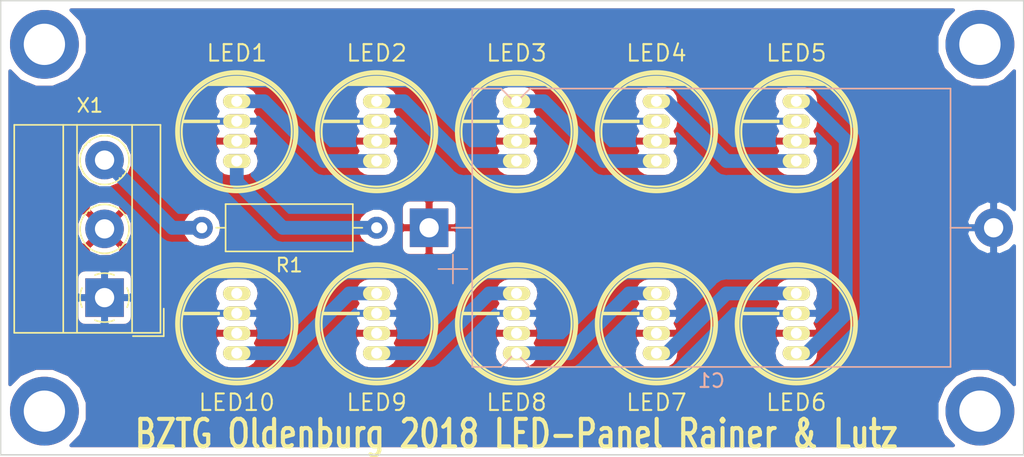
<source format=kicad_pcb>
(kicad_pcb (version 20171130) (host pcbnew "(5.0.0)")

  (general
    (thickness 1.6)
    (drawings 5)
    (tracks 45)
    (zones 0)
    (modules 13)
    (nets 15)
  )

  (page A4)
  (layers
    (0 F.Cu signal hide)
    (31 B.Cu signal)
    (32 B.Adhes user)
    (33 F.Adhes user)
    (34 B.Paste user)
    (35 F.Paste user)
    (36 B.SilkS user)
    (37 F.SilkS user)
    (38 B.Mask user)
    (39 F.Mask user)
    (40 Dwgs.User user)
    (41 Cmts.User user)
    (42 Eco1.User user)
    (43 Eco2.User user)
    (44 Edge.Cuts user)
    (45 Margin user)
    (46 B.CrtYd user)
    (47 F.CrtYd user)
    (48 B.Fab user)
    (49 F.Fab user)
  )

  (setup
    (last_trace_width 1)
    (user_trace_width 1)
    (trace_clearance 0.2)
    (zone_clearance 0.508)
    (zone_45_only no)
    (trace_min 0.2)
    (segment_width 0.2)
    (edge_width 0.1)
    (via_size 0.8)
    (via_drill 0.4)
    (via_min_size 0.4)
    (via_min_drill 0.3)
    (uvia_size 0.3)
    (uvia_drill 0.1)
    (uvias_allowed no)
    (uvia_min_size 0.2)
    (uvia_min_drill 0.1)
    (pcb_text_width 0.3)
    (pcb_text_size 1.5 1.5)
    (mod_edge_width 0.15)
    (mod_text_size 1 1)
    (mod_text_width 0.15)
    (pad_size 1.5 1.5)
    (pad_drill 0.6)
    (pad_to_mask_clearance 0)
    (aux_axis_origin 0 0)
    (visible_elements 7FFFFFFF)
    (pcbplotparams
      (layerselection 0x010fc_ffffffff)
      (usegerberextensions false)
      (usegerberattributes false)
      (usegerberadvancedattributes false)
      (creategerberjobfile false)
      (excludeedgelayer true)
      (linewidth 0.100000)
      (plotframeref false)
      (viasonmask false)
      (mode 1)
      (useauxorigin false)
      (hpglpennumber 1)
      (hpglpenspeed 20)
      (hpglpendiameter 15.000000)
      (psnegative false)
      (psa4output false)
      (plotreference true)
      (plotvalue true)
      (plotinvisibletext false)
      (padsonsilk false)
      (subtractmaskfromsilk false)
      (outputformat 1)
      (mirror false)
      (drillshape 1)
      (scaleselection 1)
      (outputdirectory ""))
  )

  (net 0 "")
  (net 1 /3.3V_VCC)
  (net 2 /GND)
  (net 3 "Net-(LED1-Pad4)")
  (net 4 "Net-(LED1-Pad1)")
  (net 5 "Net-(LED2-Pad4)")
  (net 6 "Net-(LED3-Pad4)")
  (net 7 "Net-(LED4-Pad4)")
  (net 8 "Net-(LED5-Pad4)")
  (net 9 "Net-(LED6-Pad4)")
  (net 10 "Net-(LED7-Pad4)")
  (net 11 "Net-(LED8-Pad4)")
  (net 12 "Net-(LED10-Pad1)")
  (net 13 "Net-(LED10-Pad4)")
  (net 14 "Net-(R1-Pad2)")

  (net_class Default "Dies ist die voreingestellte Netzklasse."
    (clearance 0.2)
    (trace_width 0.25)
    (via_dia 0.8)
    (via_drill 0.4)
    (uvia_dia 0.3)
    (uvia_drill 0.1)
    (add_net /3.3V_VCC)
    (add_net /GND)
    (add_net "Net-(LED1-Pad1)")
    (add_net "Net-(LED1-Pad4)")
    (add_net "Net-(LED10-Pad1)")
    (add_net "Net-(LED10-Pad4)")
    (add_net "Net-(LED2-Pad4)")
    (add_net "Net-(LED3-Pad4)")
    (add_net "Net-(LED4-Pad4)")
    (add_net "Net-(LED5-Pad4)")
    (add_net "Net-(LED6-Pad4)")
    (add_net "Net-(LED7-Pad4)")
    (add_net "Net-(LED8-Pad4)")
    (add_net "Net-(R1-Pad2)")
  )

  (module Capacitor_THT:CP_Axial_L34.5mm_D20.0mm_P41.00mm_Horizontal (layer B.Cu) (tedit 5AE50EF2) (tstamp 5BD06603)
    (at 92.71 88.9)
    (descr "CP, Axial series, Axial, Horizontal, pin pitch=41mm, , length*diameter=34.5*20mm^2, Electrolytic Capacitor, , http://www.kemet.com/Lists/ProductCatalog/Attachments/424/KEM_AC102.pdf")
    (tags "CP Axial series Axial Horizontal pin pitch 41mm  length 34.5mm diameter 20mm Electrolytic Capacitor")
    (path /5BD1C8F3)
    (fp_text reference C1 (at 20.5 11.12) (layer B.SilkS)
      (effects (font (size 1 1) (thickness 0.15)) (justify mirror))
    )
    (fp_text value CP (at 20.5 -11.12) (layer B.Fab)
      (effects (font (size 1 1) (thickness 0.15)) (justify mirror))
    )
    (fp_line (start 3.25 10) (end 3.25 -10) (layer B.Fab) (width 0.1))
    (fp_line (start 37.75 10) (end 37.75 -10) (layer B.Fab) (width 0.1))
    (fp_line (start 3.25 10) (end 5.23 10) (layer B.Fab) (width 0.1))
    (fp_line (start 5.23 10) (end 6.28 8.95) (layer B.Fab) (width 0.1))
    (fp_line (start 6.28 8.95) (end 7.33 10) (layer B.Fab) (width 0.1))
    (fp_line (start 7.33 10) (end 37.75 10) (layer B.Fab) (width 0.1))
    (fp_line (start 3.25 -10) (end 5.23 -10) (layer B.Fab) (width 0.1))
    (fp_line (start 5.23 -10) (end 6.28 -8.95) (layer B.Fab) (width 0.1))
    (fp_line (start 6.28 -8.95) (end 7.33 -10) (layer B.Fab) (width 0.1))
    (fp_line (start 7.33 -10) (end 37.75 -10) (layer B.Fab) (width 0.1))
    (fp_line (start 0 0) (end 3.25 0) (layer B.Fab) (width 0.1))
    (fp_line (start 41 0) (end 37.75 0) (layer B.Fab) (width 0.1))
    (fp_line (start 5.25 0) (end 7.35 0) (layer B.Fab) (width 0.1))
    (fp_line (start 6.3 1.05) (end 6.3 -1.05) (layer B.Fab) (width 0.1))
    (fp_line (start 0.68 3) (end 2.78 3) (layer B.SilkS) (width 0.12))
    (fp_line (start 1.73 4.05) (end 1.73 1.95) (layer B.SilkS) (width 0.12))
    (fp_line (start 3.13 10.12) (end 3.13 -10.12) (layer B.SilkS) (width 0.12))
    (fp_line (start 37.87 10.12) (end 37.87 -10.12) (layer B.SilkS) (width 0.12))
    (fp_line (start 3.13 10.12) (end 5.23 10.12) (layer B.SilkS) (width 0.12))
    (fp_line (start 5.23 10.12) (end 6.28 9.07) (layer B.SilkS) (width 0.12))
    (fp_line (start 6.28 9.07) (end 7.33 10.12) (layer B.SilkS) (width 0.12))
    (fp_line (start 7.33 10.12) (end 37.87 10.12) (layer B.SilkS) (width 0.12))
    (fp_line (start 3.13 -10.12) (end 5.23 -10.12) (layer B.SilkS) (width 0.12))
    (fp_line (start 5.23 -10.12) (end 6.28 -9.07) (layer B.SilkS) (width 0.12))
    (fp_line (start 6.28 -9.07) (end 7.33 -10.12) (layer B.SilkS) (width 0.12))
    (fp_line (start 7.33 -10.12) (end 37.87 -10.12) (layer B.SilkS) (width 0.12))
    (fp_line (start 1.64 0) (end 3.13 0) (layer B.SilkS) (width 0.12))
    (fp_line (start 39.36 0) (end 37.87 0) (layer B.SilkS) (width 0.12))
    (fp_line (start -1.65 10.25) (end -1.65 -10.25) (layer B.CrtYd) (width 0.05))
    (fp_line (start -1.65 -10.25) (end 42.65 -10.25) (layer B.CrtYd) (width 0.05))
    (fp_line (start 42.65 -10.25) (end 42.65 10.25) (layer B.CrtYd) (width 0.05))
    (fp_line (start 42.65 10.25) (end -1.65 10.25) (layer B.CrtYd) (width 0.05))
    (fp_text user %R (at 20.5 0) (layer B.Fab)
      (effects (font (size 1 1) (thickness 0.15)) (justify mirror))
    )
    (pad 1 thru_hole rect (at 0 0) (size 2.8 2.8) (drill 1.4) (layers *.Cu *.Mask)
      (net 1 /3.3V_VCC))
    (pad 2 thru_hole oval (at 41 0) (size 2.8 2.8) (drill 1.4) (layers *.Cu *.Mask)
      (net 2 /GND))
    (model ${KISYS3DMOD}/Capacitor_THT.3dshapes/CP_Axial_L34.5mm_D20.0mm_P41.00mm_Horizontal.wrl
      (at (xyz 0 0 0))
      (scale (xyz 1 1 1))
      (rotate (xyz 0 0 0))
    )
  )

  (module drudenfuss:PL9823-SYSMATT-V4 (layer F.Cu) (tedit 58652109) (tstamp 5BD0661F)
    (at 78.74 81.915 90)
    (path /5BC84B38)
    (fp_text reference LED1 (at 5.715 0 180) (layer F.SilkS)
      (effects (font (size 1.2 1.2) (thickness 0.15)))
    )
    (fp_text value WS2811 (at 0 -1.84 90) (layer F.Fab)
      (effects (font (size 1.2 1.2) (thickness 0.15)))
    )
    (fp_circle (center 0 0) (end 4.4 0) (layer F.SilkS) (width 0.15))
    (fp_circle (center 0 0) (end 4.2 0) (layer F.SilkS) (width 0.15))
    (fp_circle (center 0 0) (end 4.3 0) (layer F.SilkS) (width 0.15))
    (fp_circle (center 0 0) (end 4 0) (layer F.SilkS) (width 0.15))
    (fp_line (start 3.4 2.05) (end 3.475 1.85) (layer F.SilkS) (width 0.15))
    (fp_line (start 3.4 -2.1) (end 3.4 2.05) (layer F.SilkS) (width 0.15))
    (fp_line (start 3.425 -2.025) (end 3.4 -2.1) (layer F.SilkS) (width 0.15))
    (fp_line (start 3.425 1.975) (end 3.425 -2.025) (layer F.SilkS) (width 0.15))
    (fp_line (start 3.525 1.85) (end 3.425 1.975) (layer F.SilkS) (width 0.15))
    (fp_line (start 3.55 -1.875) (end 3.525 1.85) (layer F.SilkS) (width 0.15))
    (fp_line (start 3.86 0.72) (end 3.89 0.76) (layer F.SilkS) (width 0.15))
    (fp_line (start 3.88 -0.37) (end 3.86 0.72) (layer F.SilkS) (width 0.15))
    (fp_line (start 3.73 -1.22) (end 3.88 -0.37) (layer F.SilkS) (width 0.15))
    (fp_line (start 3.78 1.28) (end 3.73 -1.22) (layer F.SilkS) (width 0.15))
    (fp_line (start 3.63 1.5) (end 3.78 1.28) (layer F.SilkS) (width 0.15))
    (fp_line (start 3.64 -1.48) (end 3.63 1.5) (layer F.SilkS) (width 0.15))
    (fp_line (start 0.8 -1.3) (end 0.8 -3.9) (layer F.SilkS) (width 0.15))
    (fp_line (start 0.8 -3.9) (end 0.7 -3.9) (layer F.SilkS) (width 0.15))
    (fp_line (start 0.7 -3.9) (end 0.7 -1.3) (layer F.SilkS) (width 0.15))
    (fp_line (start 0.7 -1.3) (end 0.8 -1.3) (layer F.SilkS) (width 0.15))
    (pad 4 thru_hole oval (at 2.2098 0 90) (size 1.016 1.9812) (drill 0.8) (layers *.Cu *.Mask F.SilkS)
      (net 3 "Net-(LED1-Pad4)"))
    (pad 3 thru_hole oval (at 0.762 0 90) (size 1.016 1.9812) (drill 0.8) (layers *.Cu *.Mask F.SilkS)
      (net 2 /GND))
    (pad 2 thru_hole oval (at -0.6858 0 90) (size 1.016 1.9812) (drill 0.8) (layers *.Cu *.Mask F.SilkS)
      (net 1 /3.3V_VCC))
    (pad 1 thru_hole oval (at -2.1336 0 90) (size 1.016 1.9812) (drill 0.8) (layers *.Cu *.Mask F.SilkS)
      (net 4 "Net-(LED1-Pad1)"))
  )

  (module drudenfuss:PL9823-SYSMATT-V4 (layer F.Cu) (tedit 58652109) (tstamp 5BD0663B)
    (at 88.9 81.915 90)
    (path /5BC84B7E)
    (fp_text reference LED2 (at 5.715 0 180) (layer F.SilkS)
      (effects (font (size 1.2 1.2) (thickness 0.15)))
    )
    (fp_text value WS2811 (at 0 -1.84 90) (layer F.Fab)
      (effects (font (size 1.2 1.2) (thickness 0.15)))
    )
    (fp_line (start 0.7 -1.3) (end 0.8 -1.3) (layer F.SilkS) (width 0.15))
    (fp_line (start 0.7 -3.9) (end 0.7 -1.3) (layer F.SilkS) (width 0.15))
    (fp_line (start 0.8 -3.9) (end 0.7 -3.9) (layer F.SilkS) (width 0.15))
    (fp_line (start 0.8 -1.3) (end 0.8 -3.9) (layer F.SilkS) (width 0.15))
    (fp_line (start 3.64 -1.48) (end 3.63 1.5) (layer F.SilkS) (width 0.15))
    (fp_line (start 3.63 1.5) (end 3.78 1.28) (layer F.SilkS) (width 0.15))
    (fp_line (start 3.78 1.28) (end 3.73 -1.22) (layer F.SilkS) (width 0.15))
    (fp_line (start 3.73 -1.22) (end 3.88 -0.37) (layer F.SilkS) (width 0.15))
    (fp_line (start 3.88 -0.37) (end 3.86 0.72) (layer F.SilkS) (width 0.15))
    (fp_line (start 3.86 0.72) (end 3.89 0.76) (layer F.SilkS) (width 0.15))
    (fp_line (start 3.55 -1.875) (end 3.525 1.85) (layer F.SilkS) (width 0.15))
    (fp_line (start 3.525 1.85) (end 3.425 1.975) (layer F.SilkS) (width 0.15))
    (fp_line (start 3.425 1.975) (end 3.425 -2.025) (layer F.SilkS) (width 0.15))
    (fp_line (start 3.425 -2.025) (end 3.4 -2.1) (layer F.SilkS) (width 0.15))
    (fp_line (start 3.4 -2.1) (end 3.4 2.05) (layer F.SilkS) (width 0.15))
    (fp_line (start 3.4 2.05) (end 3.475 1.85) (layer F.SilkS) (width 0.15))
    (fp_circle (center 0 0) (end 4 0) (layer F.SilkS) (width 0.15))
    (fp_circle (center 0 0) (end 4.3 0) (layer F.SilkS) (width 0.15))
    (fp_circle (center 0 0) (end 4.2 0) (layer F.SilkS) (width 0.15))
    (fp_circle (center 0 0) (end 4.4 0) (layer F.SilkS) (width 0.15))
    (pad 1 thru_hole oval (at -2.1336 0 90) (size 1.016 1.9812) (drill 0.8) (layers *.Cu *.Mask F.SilkS)
      (net 3 "Net-(LED1-Pad4)"))
    (pad 2 thru_hole oval (at -0.6858 0 90) (size 1.016 1.9812) (drill 0.8) (layers *.Cu *.Mask F.SilkS)
      (net 1 /3.3V_VCC))
    (pad 3 thru_hole oval (at 0.762 0 90) (size 1.016 1.9812) (drill 0.8) (layers *.Cu *.Mask F.SilkS)
      (net 2 /GND))
    (pad 4 thru_hole oval (at 2.2098 0 90) (size 1.016 1.9812) (drill 0.8) (layers *.Cu *.Mask F.SilkS)
      (net 5 "Net-(LED2-Pad4)"))
  )

  (module drudenfuss:PL9823-SYSMATT-V4 (layer F.Cu) (tedit 58652109) (tstamp 5BD06657)
    (at 99.06 81.915 90)
    (path /5BC84BA6)
    (fp_text reference LED3 (at 5.715 0 180) (layer F.SilkS)
      (effects (font (size 1.2 1.2) (thickness 0.15)))
    )
    (fp_text value WS2811 (at 0 -1.84 90) (layer F.Fab)
      (effects (font (size 1.2 1.2) (thickness 0.15)))
    )
    (fp_circle (center 0 0) (end 4.4 0) (layer F.SilkS) (width 0.15))
    (fp_circle (center 0 0) (end 4.2 0) (layer F.SilkS) (width 0.15))
    (fp_circle (center 0 0) (end 4.3 0) (layer F.SilkS) (width 0.15))
    (fp_circle (center 0 0) (end 4 0) (layer F.SilkS) (width 0.15))
    (fp_line (start 3.4 2.05) (end 3.475 1.85) (layer F.SilkS) (width 0.15))
    (fp_line (start 3.4 -2.1) (end 3.4 2.05) (layer F.SilkS) (width 0.15))
    (fp_line (start 3.425 -2.025) (end 3.4 -2.1) (layer F.SilkS) (width 0.15))
    (fp_line (start 3.425 1.975) (end 3.425 -2.025) (layer F.SilkS) (width 0.15))
    (fp_line (start 3.525 1.85) (end 3.425 1.975) (layer F.SilkS) (width 0.15))
    (fp_line (start 3.55 -1.875) (end 3.525 1.85) (layer F.SilkS) (width 0.15))
    (fp_line (start 3.86 0.72) (end 3.89 0.76) (layer F.SilkS) (width 0.15))
    (fp_line (start 3.88 -0.37) (end 3.86 0.72) (layer F.SilkS) (width 0.15))
    (fp_line (start 3.73 -1.22) (end 3.88 -0.37) (layer F.SilkS) (width 0.15))
    (fp_line (start 3.78 1.28) (end 3.73 -1.22) (layer F.SilkS) (width 0.15))
    (fp_line (start 3.63 1.5) (end 3.78 1.28) (layer F.SilkS) (width 0.15))
    (fp_line (start 3.64 -1.48) (end 3.63 1.5) (layer F.SilkS) (width 0.15))
    (fp_line (start 0.8 -1.3) (end 0.8 -3.9) (layer F.SilkS) (width 0.15))
    (fp_line (start 0.8 -3.9) (end 0.7 -3.9) (layer F.SilkS) (width 0.15))
    (fp_line (start 0.7 -3.9) (end 0.7 -1.3) (layer F.SilkS) (width 0.15))
    (fp_line (start 0.7 -1.3) (end 0.8 -1.3) (layer F.SilkS) (width 0.15))
    (pad 4 thru_hole oval (at 2.2098 0 90) (size 1.016 1.9812) (drill 0.8) (layers *.Cu *.Mask F.SilkS)
      (net 6 "Net-(LED3-Pad4)"))
    (pad 3 thru_hole oval (at 0.762 0 90) (size 1.016 1.9812) (drill 0.8) (layers *.Cu *.Mask F.SilkS)
      (net 2 /GND))
    (pad 2 thru_hole oval (at -0.6858 0 90) (size 1.016 1.9812) (drill 0.8) (layers *.Cu *.Mask F.SilkS)
      (net 1 /3.3V_VCC))
    (pad 1 thru_hole oval (at -2.1336 0 90) (size 1.016 1.9812) (drill 0.8) (layers *.Cu *.Mask F.SilkS)
      (net 5 "Net-(LED2-Pad4)"))
  )

  (module drudenfuss:PL9823-SYSMATT-V4 (layer F.Cu) (tedit 58652109) (tstamp 5BD06673)
    (at 109.22 81.915 90)
    (path /5BC84C0A)
    (fp_text reference LED4 (at 5.715 0 180) (layer F.SilkS)
      (effects (font (size 1.2 1.2) (thickness 0.15)))
    )
    (fp_text value WS2811 (at 0 -1.84 90) (layer F.Fab)
      (effects (font (size 1.2 1.2) (thickness 0.15)))
    )
    (fp_line (start 0.7 -1.3) (end 0.8 -1.3) (layer F.SilkS) (width 0.15))
    (fp_line (start 0.7 -3.9) (end 0.7 -1.3) (layer F.SilkS) (width 0.15))
    (fp_line (start 0.8 -3.9) (end 0.7 -3.9) (layer F.SilkS) (width 0.15))
    (fp_line (start 0.8 -1.3) (end 0.8 -3.9) (layer F.SilkS) (width 0.15))
    (fp_line (start 3.64 -1.48) (end 3.63 1.5) (layer F.SilkS) (width 0.15))
    (fp_line (start 3.63 1.5) (end 3.78 1.28) (layer F.SilkS) (width 0.15))
    (fp_line (start 3.78 1.28) (end 3.73 -1.22) (layer F.SilkS) (width 0.15))
    (fp_line (start 3.73 -1.22) (end 3.88 -0.37) (layer F.SilkS) (width 0.15))
    (fp_line (start 3.88 -0.37) (end 3.86 0.72) (layer F.SilkS) (width 0.15))
    (fp_line (start 3.86 0.72) (end 3.89 0.76) (layer F.SilkS) (width 0.15))
    (fp_line (start 3.55 -1.875) (end 3.525 1.85) (layer F.SilkS) (width 0.15))
    (fp_line (start 3.525 1.85) (end 3.425 1.975) (layer F.SilkS) (width 0.15))
    (fp_line (start 3.425 1.975) (end 3.425 -2.025) (layer F.SilkS) (width 0.15))
    (fp_line (start 3.425 -2.025) (end 3.4 -2.1) (layer F.SilkS) (width 0.15))
    (fp_line (start 3.4 -2.1) (end 3.4 2.05) (layer F.SilkS) (width 0.15))
    (fp_line (start 3.4 2.05) (end 3.475 1.85) (layer F.SilkS) (width 0.15))
    (fp_circle (center 0 0) (end 4 0) (layer F.SilkS) (width 0.15))
    (fp_circle (center 0 0) (end 4.3 0) (layer F.SilkS) (width 0.15))
    (fp_circle (center 0 0) (end 4.2 0) (layer F.SilkS) (width 0.15))
    (fp_circle (center 0 0) (end 4.4 0) (layer F.SilkS) (width 0.15))
    (pad 1 thru_hole oval (at -2.1336 0 90) (size 1.016 1.9812) (drill 0.8) (layers *.Cu *.Mask F.SilkS)
      (net 6 "Net-(LED3-Pad4)"))
    (pad 2 thru_hole oval (at -0.6858 0 90) (size 1.016 1.9812) (drill 0.8) (layers *.Cu *.Mask F.SilkS)
      (net 1 /3.3V_VCC))
    (pad 3 thru_hole oval (at 0.762 0 90) (size 1.016 1.9812) (drill 0.8) (layers *.Cu *.Mask F.SilkS)
      (net 2 /GND))
    (pad 4 thru_hole oval (at 2.2098 0 90) (size 1.016 1.9812) (drill 0.8) (layers *.Cu *.Mask F.SilkS)
      (net 7 "Net-(LED4-Pad4)"))
  )

  (module drudenfuss:PL9823-SYSMATT-V4 (layer F.Cu) (tedit 58652109) (tstamp 5BD0668F)
    (at 119.38 81.915 90)
    (path /5BC84C7C)
    (fp_text reference LED5 (at 5.715 0 180) (layer F.SilkS)
      (effects (font (size 1.2 1.2) (thickness 0.15)))
    )
    (fp_text value WS2811 (at 0 -1.84 90) (layer F.Fab)
      (effects (font (size 1.2 1.2) (thickness 0.15)))
    )
    (fp_circle (center 0 0) (end 4.4 0) (layer F.SilkS) (width 0.15))
    (fp_circle (center 0 0) (end 4.2 0) (layer F.SilkS) (width 0.15))
    (fp_circle (center 0 0) (end 4.3 0) (layer F.SilkS) (width 0.15))
    (fp_circle (center 0 0) (end 4 0) (layer F.SilkS) (width 0.15))
    (fp_line (start 3.4 2.05) (end 3.475 1.85) (layer F.SilkS) (width 0.15))
    (fp_line (start 3.4 -2.1) (end 3.4 2.05) (layer F.SilkS) (width 0.15))
    (fp_line (start 3.425 -2.025) (end 3.4 -2.1) (layer F.SilkS) (width 0.15))
    (fp_line (start 3.425 1.975) (end 3.425 -2.025) (layer F.SilkS) (width 0.15))
    (fp_line (start 3.525 1.85) (end 3.425 1.975) (layer F.SilkS) (width 0.15))
    (fp_line (start 3.55 -1.875) (end 3.525 1.85) (layer F.SilkS) (width 0.15))
    (fp_line (start 3.86 0.72) (end 3.89 0.76) (layer F.SilkS) (width 0.15))
    (fp_line (start 3.88 -0.37) (end 3.86 0.72) (layer F.SilkS) (width 0.15))
    (fp_line (start 3.73 -1.22) (end 3.88 -0.37) (layer F.SilkS) (width 0.15))
    (fp_line (start 3.78 1.28) (end 3.73 -1.22) (layer F.SilkS) (width 0.15))
    (fp_line (start 3.63 1.5) (end 3.78 1.28) (layer F.SilkS) (width 0.15))
    (fp_line (start 3.64 -1.48) (end 3.63 1.5) (layer F.SilkS) (width 0.15))
    (fp_line (start 0.8 -1.3) (end 0.8 -3.9) (layer F.SilkS) (width 0.15))
    (fp_line (start 0.8 -3.9) (end 0.7 -3.9) (layer F.SilkS) (width 0.15))
    (fp_line (start 0.7 -3.9) (end 0.7 -1.3) (layer F.SilkS) (width 0.15))
    (fp_line (start 0.7 -1.3) (end 0.8 -1.3) (layer F.SilkS) (width 0.15))
    (pad 4 thru_hole oval (at 2.2098 0 90) (size 1.016 1.9812) (drill 0.8) (layers *.Cu *.Mask F.SilkS)
      (net 8 "Net-(LED5-Pad4)"))
    (pad 3 thru_hole oval (at 0.762 0 90) (size 1.016 1.9812) (drill 0.8) (layers *.Cu *.Mask F.SilkS)
      (net 2 /GND))
    (pad 2 thru_hole oval (at -0.6858 0 90) (size 1.016 1.9812) (drill 0.8) (layers *.Cu *.Mask F.SilkS)
      (net 1 /3.3V_VCC))
    (pad 1 thru_hole oval (at -2.1336 0 90) (size 1.016 1.9812) (drill 0.8) (layers *.Cu *.Mask F.SilkS)
      (net 7 "Net-(LED4-Pad4)"))
  )

  (module drudenfuss:PL9823-SYSMATT-V4 (layer F.Cu) (tedit 58652109) (tstamp 5BD066AB)
    (at 119.38 95.885 90)
    (path /5BC84D48)
    (fp_text reference LED6 (at -5.715 0 180) (layer F.SilkS)
      (effects (font (size 1.2 1.2) (thickness 0.15)))
    )
    (fp_text value WS2811 (at 0 -1.84 90) (layer F.Fab)
      (effects (font (size 1.2 1.2) (thickness 0.15)))
    )
    (fp_line (start 0.7 -1.3) (end 0.8 -1.3) (layer F.SilkS) (width 0.15))
    (fp_line (start 0.7 -3.9) (end 0.7 -1.3) (layer F.SilkS) (width 0.15))
    (fp_line (start 0.8 -3.9) (end 0.7 -3.9) (layer F.SilkS) (width 0.15))
    (fp_line (start 0.8 -1.3) (end 0.8 -3.9) (layer F.SilkS) (width 0.15))
    (fp_line (start 3.64 -1.48) (end 3.63 1.5) (layer F.SilkS) (width 0.15))
    (fp_line (start 3.63 1.5) (end 3.78 1.28) (layer F.SilkS) (width 0.15))
    (fp_line (start 3.78 1.28) (end 3.73 -1.22) (layer F.SilkS) (width 0.15))
    (fp_line (start 3.73 -1.22) (end 3.88 -0.37) (layer F.SilkS) (width 0.15))
    (fp_line (start 3.88 -0.37) (end 3.86 0.72) (layer F.SilkS) (width 0.15))
    (fp_line (start 3.86 0.72) (end 3.89 0.76) (layer F.SilkS) (width 0.15))
    (fp_line (start 3.55 -1.875) (end 3.525 1.85) (layer F.SilkS) (width 0.15))
    (fp_line (start 3.525 1.85) (end 3.425 1.975) (layer F.SilkS) (width 0.15))
    (fp_line (start 3.425 1.975) (end 3.425 -2.025) (layer F.SilkS) (width 0.15))
    (fp_line (start 3.425 -2.025) (end 3.4 -2.1) (layer F.SilkS) (width 0.15))
    (fp_line (start 3.4 -2.1) (end 3.4 2.05) (layer F.SilkS) (width 0.15))
    (fp_line (start 3.4 2.05) (end 3.475 1.85) (layer F.SilkS) (width 0.15))
    (fp_circle (center 0 0) (end 4 0) (layer F.SilkS) (width 0.15))
    (fp_circle (center 0 0) (end 4.3 0) (layer F.SilkS) (width 0.15))
    (fp_circle (center 0 0) (end 4.2 0) (layer F.SilkS) (width 0.15))
    (fp_circle (center 0 0) (end 4.4 0) (layer F.SilkS) (width 0.15))
    (pad 1 thru_hole oval (at -2.1336 0 90) (size 1.016 1.9812) (drill 0.8) (layers *.Cu *.Mask F.SilkS)
      (net 8 "Net-(LED5-Pad4)"))
    (pad 2 thru_hole oval (at -0.6858 0 90) (size 1.016 1.9812) (drill 0.8) (layers *.Cu *.Mask F.SilkS)
      (net 1 /3.3V_VCC))
    (pad 3 thru_hole oval (at 0.762 0 90) (size 1.016 1.9812) (drill 0.8) (layers *.Cu *.Mask F.SilkS)
      (net 2 /GND))
    (pad 4 thru_hole oval (at 2.2098 0 90) (size 1.016 1.9812) (drill 0.8) (layers *.Cu *.Mask F.SilkS)
      (net 9 "Net-(LED6-Pad4)"))
  )

  (module drudenfuss:PL9823-SYSMATT-V4 (layer F.Cu) (tedit 58652109) (tstamp 5BD066C7)
    (at 109.22 95.885 90)
    (path /5BC84D9A)
    (fp_text reference LED7 (at -5.715 0 180) (layer F.SilkS)
      (effects (font (size 1.2 1.2) (thickness 0.15)))
    )
    (fp_text value WS2811 (at 0 -1.84 90) (layer F.Fab)
      (effects (font (size 1.2 1.2) (thickness 0.15)))
    )
    (fp_circle (center 0 0) (end 4.4 0) (layer F.SilkS) (width 0.15))
    (fp_circle (center 0 0) (end 4.2 0) (layer F.SilkS) (width 0.15))
    (fp_circle (center 0 0) (end 4.3 0) (layer F.SilkS) (width 0.15))
    (fp_circle (center 0 0) (end 4 0) (layer F.SilkS) (width 0.15))
    (fp_line (start 3.4 2.05) (end 3.475 1.85) (layer F.SilkS) (width 0.15))
    (fp_line (start 3.4 -2.1) (end 3.4 2.05) (layer F.SilkS) (width 0.15))
    (fp_line (start 3.425 -2.025) (end 3.4 -2.1) (layer F.SilkS) (width 0.15))
    (fp_line (start 3.425 1.975) (end 3.425 -2.025) (layer F.SilkS) (width 0.15))
    (fp_line (start 3.525 1.85) (end 3.425 1.975) (layer F.SilkS) (width 0.15))
    (fp_line (start 3.55 -1.875) (end 3.525 1.85) (layer F.SilkS) (width 0.15))
    (fp_line (start 3.86 0.72) (end 3.89 0.76) (layer F.SilkS) (width 0.15))
    (fp_line (start 3.88 -0.37) (end 3.86 0.72) (layer F.SilkS) (width 0.15))
    (fp_line (start 3.73 -1.22) (end 3.88 -0.37) (layer F.SilkS) (width 0.15))
    (fp_line (start 3.78 1.28) (end 3.73 -1.22) (layer F.SilkS) (width 0.15))
    (fp_line (start 3.63 1.5) (end 3.78 1.28) (layer F.SilkS) (width 0.15))
    (fp_line (start 3.64 -1.48) (end 3.63 1.5) (layer F.SilkS) (width 0.15))
    (fp_line (start 0.8 -1.3) (end 0.8 -3.9) (layer F.SilkS) (width 0.15))
    (fp_line (start 0.8 -3.9) (end 0.7 -3.9) (layer F.SilkS) (width 0.15))
    (fp_line (start 0.7 -3.9) (end 0.7 -1.3) (layer F.SilkS) (width 0.15))
    (fp_line (start 0.7 -1.3) (end 0.8 -1.3) (layer F.SilkS) (width 0.15))
    (pad 4 thru_hole oval (at 2.2098 0 90) (size 1.016 1.9812) (drill 0.8) (layers *.Cu *.Mask F.SilkS)
      (net 10 "Net-(LED7-Pad4)"))
    (pad 3 thru_hole oval (at 0.762 0 90) (size 1.016 1.9812) (drill 0.8) (layers *.Cu *.Mask F.SilkS)
      (net 2 /GND))
    (pad 2 thru_hole oval (at -0.6858 0 90) (size 1.016 1.9812) (drill 0.8) (layers *.Cu *.Mask F.SilkS)
      (net 1 /3.3V_VCC))
    (pad 1 thru_hole oval (at -2.1336 0 90) (size 1.016 1.9812) (drill 0.8) (layers *.Cu *.Mask F.SilkS)
      (net 9 "Net-(LED6-Pad4)"))
  )

  (module drudenfuss:PL9823-SYSMATT-V4 (layer F.Cu) (tedit 58652109) (tstamp 5BD066E3)
    (at 99.06 95.885 90)
    (path /5BC84DDC)
    (fp_text reference LED8 (at -5.715 0 180) (layer F.SilkS)
      (effects (font (size 1.2 1.2) (thickness 0.15)))
    )
    (fp_text value WS2811 (at 0 -1.84 90) (layer F.Fab)
      (effects (font (size 1.2 1.2) (thickness 0.15)))
    )
    (fp_line (start 0.7 -1.3) (end 0.8 -1.3) (layer F.SilkS) (width 0.15))
    (fp_line (start 0.7 -3.9) (end 0.7 -1.3) (layer F.SilkS) (width 0.15))
    (fp_line (start 0.8 -3.9) (end 0.7 -3.9) (layer F.SilkS) (width 0.15))
    (fp_line (start 0.8 -1.3) (end 0.8 -3.9) (layer F.SilkS) (width 0.15))
    (fp_line (start 3.64 -1.48) (end 3.63 1.5) (layer F.SilkS) (width 0.15))
    (fp_line (start 3.63 1.5) (end 3.78 1.28) (layer F.SilkS) (width 0.15))
    (fp_line (start 3.78 1.28) (end 3.73 -1.22) (layer F.SilkS) (width 0.15))
    (fp_line (start 3.73 -1.22) (end 3.88 -0.37) (layer F.SilkS) (width 0.15))
    (fp_line (start 3.88 -0.37) (end 3.86 0.72) (layer F.SilkS) (width 0.15))
    (fp_line (start 3.86 0.72) (end 3.89 0.76) (layer F.SilkS) (width 0.15))
    (fp_line (start 3.55 -1.875) (end 3.525 1.85) (layer F.SilkS) (width 0.15))
    (fp_line (start 3.525 1.85) (end 3.425 1.975) (layer F.SilkS) (width 0.15))
    (fp_line (start 3.425 1.975) (end 3.425 -2.025) (layer F.SilkS) (width 0.15))
    (fp_line (start 3.425 -2.025) (end 3.4 -2.1) (layer F.SilkS) (width 0.15))
    (fp_line (start 3.4 -2.1) (end 3.4 2.05) (layer F.SilkS) (width 0.15))
    (fp_line (start 3.4 2.05) (end 3.475 1.85) (layer F.SilkS) (width 0.15))
    (fp_circle (center 0 0) (end 4 0) (layer F.SilkS) (width 0.15))
    (fp_circle (center 0 0) (end 4.3 0) (layer F.SilkS) (width 0.15))
    (fp_circle (center 0 0) (end 4.2 0) (layer F.SilkS) (width 0.15))
    (fp_circle (center 0 0) (end 4.4 0) (layer F.SilkS) (width 0.15))
    (pad 1 thru_hole oval (at -2.1336 0 90) (size 1.016 1.9812) (drill 0.8) (layers *.Cu *.Mask F.SilkS)
      (net 10 "Net-(LED7-Pad4)"))
    (pad 2 thru_hole oval (at -0.6858 0 90) (size 1.016 1.9812) (drill 0.8) (layers *.Cu *.Mask F.SilkS)
      (net 1 /3.3V_VCC))
    (pad 3 thru_hole oval (at 0.762 0 90) (size 1.016 1.9812) (drill 0.8) (layers *.Cu *.Mask F.SilkS)
      (net 2 /GND))
    (pad 4 thru_hole oval (at 2.2098 0 90) (size 1.016 1.9812) (drill 0.8) (layers *.Cu *.Mask F.SilkS)
      (net 11 "Net-(LED8-Pad4)"))
  )

  (module drudenfuss:PL9823-SYSMATT-V4 (layer F.Cu) (tedit 58652109) (tstamp 5BD066FF)
    (at 88.9 95.885 90)
    (path /5BC84E16)
    (fp_text reference LED9 (at -5.715 0 180) (layer F.SilkS)
      (effects (font (size 1.2 1.2) (thickness 0.15)))
    )
    (fp_text value WS2811 (at 0 -1.84 90) (layer F.Fab)
      (effects (font (size 1.2 1.2) (thickness 0.15)))
    )
    (fp_circle (center 0 0) (end 4.4 0) (layer F.SilkS) (width 0.15))
    (fp_circle (center 0 0) (end 4.2 0) (layer F.SilkS) (width 0.15))
    (fp_circle (center 0 0) (end 4.3 0) (layer F.SilkS) (width 0.15))
    (fp_circle (center 0 0) (end 4 0) (layer F.SilkS) (width 0.15))
    (fp_line (start 3.4 2.05) (end 3.475 1.85) (layer F.SilkS) (width 0.15))
    (fp_line (start 3.4 -2.1) (end 3.4 2.05) (layer F.SilkS) (width 0.15))
    (fp_line (start 3.425 -2.025) (end 3.4 -2.1) (layer F.SilkS) (width 0.15))
    (fp_line (start 3.425 1.975) (end 3.425 -2.025) (layer F.SilkS) (width 0.15))
    (fp_line (start 3.525 1.85) (end 3.425 1.975) (layer F.SilkS) (width 0.15))
    (fp_line (start 3.55 -1.875) (end 3.525 1.85) (layer F.SilkS) (width 0.15))
    (fp_line (start 3.86 0.72) (end 3.89 0.76) (layer F.SilkS) (width 0.15))
    (fp_line (start 3.88 -0.37) (end 3.86 0.72) (layer F.SilkS) (width 0.15))
    (fp_line (start 3.73 -1.22) (end 3.88 -0.37) (layer F.SilkS) (width 0.15))
    (fp_line (start 3.78 1.28) (end 3.73 -1.22) (layer F.SilkS) (width 0.15))
    (fp_line (start 3.63 1.5) (end 3.78 1.28) (layer F.SilkS) (width 0.15))
    (fp_line (start 3.64 -1.48) (end 3.63 1.5) (layer F.SilkS) (width 0.15))
    (fp_line (start 0.8 -1.3) (end 0.8 -3.9) (layer F.SilkS) (width 0.15))
    (fp_line (start 0.8 -3.9) (end 0.7 -3.9) (layer F.SilkS) (width 0.15))
    (fp_line (start 0.7 -3.9) (end 0.7 -1.3) (layer F.SilkS) (width 0.15))
    (fp_line (start 0.7 -1.3) (end 0.8 -1.3) (layer F.SilkS) (width 0.15))
    (pad 4 thru_hole oval (at 2.2098 0 90) (size 1.016 1.9812) (drill 0.8) (layers *.Cu *.Mask F.SilkS)
      (net 12 "Net-(LED10-Pad1)"))
    (pad 3 thru_hole oval (at 0.762 0 90) (size 1.016 1.9812) (drill 0.8) (layers *.Cu *.Mask F.SilkS)
      (net 2 /GND))
    (pad 2 thru_hole oval (at -0.6858 0 90) (size 1.016 1.9812) (drill 0.8) (layers *.Cu *.Mask F.SilkS)
      (net 1 /3.3V_VCC))
    (pad 1 thru_hole oval (at -2.1336 0 90) (size 1.016 1.9812) (drill 0.8) (layers *.Cu *.Mask F.SilkS)
      (net 11 "Net-(LED8-Pad4)"))
  )

  (module drudenfuss:PL9823-SYSMATT-V4 (layer F.Cu) (tedit 58652109) (tstamp 5BD0671B)
    (at 78.74 95.885 90)
    (path /5BC84E40)
    (fp_text reference LED10 (at -5.715 0 180) (layer F.SilkS)
      (effects (font (size 1.2 1.2) (thickness 0.15)))
    )
    (fp_text value WS2811 (at 0 -1.84 90) (layer F.Fab)
      (effects (font (size 1.2 1.2) (thickness 0.15)))
    )
    (fp_line (start 0.7 -1.3) (end 0.8 -1.3) (layer F.SilkS) (width 0.15))
    (fp_line (start 0.7 -3.9) (end 0.7 -1.3) (layer F.SilkS) (width 0.15))
    (fp_line (start 0.8 -3.9) (end 0.7 -3.9) (layer F.SilkS) (width 0.15))
    (fp_line (start 0.8 -1.3) (end 0.8 -3.9) (layer F.SilkS) (width 0.15))
    (fp_line (start 3.64 -1.48) (end 3.63 1.5) (layer F.SilkS) (width 0.15))
    (fp_line (start 3.63 1.5) (end 3.78 1.28) (layer F.SilkS) (width 0.15))
    (fp_line (start 3.78 1.28) (end 3.73 -1.22) (layer F.SilkS) (width 0.15))
    (fp_line (start 3.73 -1.22) (end 3.88 -0.37) (layer F.SilkS) (width 0.15))
    (fp_line (start 3.88 -0.37) (end 3.86 0.72) (layer F.SilkS) (width 0.15))
    (fp_line (start 3.86 0.72) (end 3.89 0.76) (layer F.SilkS) (width 0.15))
    (fp_line (start 3.55 -1.875) (end 3.525 1.85) (layer F.SilkS) (width 0.15))
    (fp_line (start 3.525 1.85) (end 3.425 1.975) (layer F.SilkS) (width 0.15))
    (fp_line (start 3.425 1.975) (end 3.425 -2.025) (layer F.SilkS) (width 0.15))
    (fp_line (start 3.425 -2.025) (end 3.4 -2.1) (layer F.SilkS) (width 0.15))
    (fp_line (start 3.4 -2.1) (end 3.4 2.05) (layer F.SilkS) (width 0.15))
    (fp_line (start 3.4 2.05) (end 3.475 1.85) (layer F.SilkS) (width 0.15))
    (fp_circle (center 0 0) (end 4 0) (layer F.SilkS) (width 0.15))
    (fp_circle (center 0 0) (end 4.3 0) (layer F.SilkS) (width 0.15))
    (fp_circle (center 0 0) (end 4.2 0) (layer F.SilkS) (width 0.15))
    (fp_circle (center 0 0) (end 4.4 0) (layer F.SilkS) (width 0.15))
    (pad 1 thru_hole oval (at -2.1336 0 90) (size 1.016 1.9812) (drill 0.8) (layers *.Cu *.Mask F.SilkS)
      (net 12 "Net-(LED10-Pad1)"))
    (pad 2 thru_hole oval (at -0.6858 0 90) (size 1.016 1.9812) (drill 0.8) (layers *.Cu *.Mask F.SilkS)
      (net 1 /3.3V_VCC))
    (pad 3 thru_hole oval (at 0.762 0 90) (size 1.016 1.9812) (drill 0.8) (layers *.Cu *.Mask F.SilkS)
      (net 2 /GND))
    (pad 4 thru_hole oval (at 2.2098 0 90) (size 1.016 1.9812) (drill 0.8) (layers *.Cu *.Mask F.SilkS)
      (net 13 "Net-(LED10-Pad4)"))
  )

  (module Resistor_THT:R_Axial_DIN0309_L9.0mm_D3.2mm_P12.70mm_Horizontal (layer F.Cu) (tedit 5AE5139B) (tstamp 5BD06732)
    (at 88.9 88.9 180)
    (descr "Resistor, Axial_DIN0309 series, Axial, Horizontal, pin pitch=12.7mm, 0.5W = 1/2W, length*diameter=9*3.2mm^2, http://cdn-reichelt.de/documents/datenblatt/B400/1_4W%23YAG.pdf")
    (tags "Resistor Axial_DIN0309 series Axial Horizontal pin pitch 12.7mm 0.5W = 1/2W length 9mm diameter 3.2mm")
    (path /5BC7E983)
    (fp_text reference R1 (at 6.35 -2.72 180) (layer F.SilkS)
      (effects (font (size 1 1) (thickness 0.15)))
    )
    (fp_text value 220_Ohm (at 6.35 2.72 180) (layer F.Fab)
      (effects (font (size 1 1) (thickness 0.15)))
    )
    (fp_line (start 1.85 -1.6) (end 1.85 1.6) (layer F.Fab) (width 0.1))
    (fp_line (start 1.85 1.6) (end 10.85 1.6) (layer F.Fab) (width 0.1))
    (fp_line (start 10.85 1.6) (end 10.85 -1.6) (layer F.Fab) (width 0.1))
    (fp_line (start 10.85 -1.6) (end 1.85 -1.6) (layer F.Fab) (width 0.1))
    (fp_line (start 0 0) (end 1.85 0) (layer F.Fab) (width 0.1))
    (fp_line (start 12.7 0) (end 10.85 0) (layer F.Fab) (width 0.1))
    (fp_line (start 1.73 -1.72) (end 1.73 1.72) (layer F.SilkS) (width 0.12))
    (fp_line (start 1.73 1.72) (end 10.97 1.72) (layer F.SilkS) (width 0.12))
    (fp_line (start 10.97 1.72) (end 10.97 -1.72) (layer F.SilkS) (width 0.12))
    (fp_line (start 10.97 -1.72) (end 1.73 -1.72) (layer F.SilkS) (width 0.12))
    (fp_line (start 1.04 0) (end 1.73 0) (layer F.SilkS) (width 0.12))
    (fp_line (start 11.66 0) (end 10.97 0) (layer F.SilkS) (width 0.12))
    (fp_line (start -1.05 -1.85) (end -1.05 1.85) (layer F.CrtYd) (width 0.05))
    (fp_line (start -1.05 1.85) (end 13.75 1.85) (layer F.CrtYd) (width 0.05))
    (fp_line (start 13.75 1.85) (end 13.75 -1.85) (layer F.CrtYd) (width 0.05))
    (fp_line (start 13.75 -1.85) (end -1.05 -1.85) (layer F.CrtYd) (width 0.05))
    (fp_text user %R (at 6.35 0 180) (layer F.Fab)
      (effects (font (size 1 1) (thickness 0.15)))
    )
    (pad 1 thru_hole circle (at 0 0 180) (size 1.6 1.6) (drill 0.8) (layers *.Cu *.Mask)
      (net 4 "Net-(LED1-Pad1)"))
    (pad 2 thru_hole oval (at 12.7 0 180) (size 1.6 1.6) (drill 0.8) (layers *.Cu *.Mask)
      (net 14 "Net-(R1-Pad2)"))
    (model ${KISYS3DMOD}/Resistor_THT.3dshapes/R_Axial_DIN0309_L9.0mm_D3.2mm_P12.70mm_Horizontal.wrl
      (at (xyz 0 0 0))
      (scale (xyz 1 1 1))
      (rotate (xyz 0 0 0))
    )
  )

  (module TerminalBlock_MetzConnect:TerminalBlock_MetzConnect_Type011_RT05503HBWC_1x03_P5.00mm_Horizontal (layer F.Cu) (tedit 5B294E99) (tstamp 5BD06767)
    (at 69.1388 93.98 90)
    (descr "terminal block Metz Connect Type011_RT05503HBWC, 3 pins, pitch 5mm, size 15x10.5mm^2, drill diamater 1.4mm, pad diameter 2.8mm, see http://www.metz-connect.com/de/system/files/productfiles/Datenblatt_310111_RT055xxHBLC_OFF-022717S.pdf, script-generated using https://github.com/pointhi/kicad-footprint-generator/scripts/TerminalBlock_MetzConnect")
    (tags "THT terminal block Metz Connect Type011_RT05503HBWC pitch 5mm size 15x10.5mm^2 drill 1.4mm pad 2.8mm")
    (path /5BC75CE2)
    (fp_text reference X1 (at 13.97 -1.0668 180) (layer F.SilkS)
      (effects (font (size 1 1) (thickness 0.15)))
    )
    (fp_text value "LED Terminal" (at 5 5.06 90) (layer F.Fab)
      (effects (font (size 1 1) (thickness 0.15)))
    )
    (fp_arc (start 0 0) (end 0 1.78) (angle -23) (layer F.SilkS) (width 0.12))
    (fp_arc (start 0 0) (end 1.639 0.696) (angle -46) (layer F.SilkS) (width 0.12))
    (fp_arc (start 0 0) (end 0.696 -1.639) (angle -46) (layer F.SilkS) (width 0.12))
    (fp_arc (start 0 0) (end -1.639 -0.696) (angle -46) (layer F.SilkS) (width 0.12))
    (fp_arc (start 0 0) (end -0.696 1.639) (angle -24) (layer F.SilkS) (width 0.12))
    (fp_circle (center 0 0) (end 1.6 0) (layer F.Fab) (width 0.1))
    (fp_circle (center 5 0) (end 6.6 0) (layer F.Fab) (width 0.1))
    (fp_circle (center 5 0) (end 6.78 0) (layer F.SilkS) (width 0.12))
    (fp_circle (center 10 0) (end 11.6 0) (layer F.Fab) (width 0.1))
    (fp_circle (center 10 0) (end 11.78 0) (layer F.SilkS) (width 0.12))
    (fp_line (start -2.5 -6.5) (end 12.5 -6.5) (layer F.Fab) (width 0.1))
    (fp_line (start 12.5 -6.5) (end 12.5 4) (layer F.Fab) (width 0.1))
    (fp_line (start 12.5 4) (end -0.5 4) (layer F.Fab) (width 0.1))
    (fp_line (start -0.5 4) (end -2.5 2) (layer F.Fab) (width 0.1))
    (fp_line (start -2.5 2) (end -2.5 -6.5) (layer F.Fab) (width 0.1))
    (fp_line (start -2.5 2) (end 12.5 2) (layer F.Fab) (width 0.1))
    (fp_line (start -2.56 2) (end 12.56 2) (layer F.SilkS) (width 0.12))
    (fp_line (start -2.5 -2) (end 12.5 -2) (layer F.Fab) (width 0.1))
    (fp_line (start -2.56 -2) (end 12.56 -2) (layer F.SilkS) (width 0.12))
    (fp_line (start -2.5 -3) (end 12.5 -3) (layer F.Fab) (width 0.1))
    (fp_line (start -2.56 -3) (end 12.56 -3) (layer F.SilkS) (width 0.12))
    (fp_line (start -2.56 -6.56) (end 12.56 -6.56) (layer F.SilkS) (width 0.12))
    (fp_line (start -2.56 4.06) (end 12.56 4.06) (layer F.SilkS) (width 0.12))
    (fp_line (start -2.56 -6.56) (end -2.56 4.06) (layer F.SilkS) (width 0.12))
    (fp_line (start 12.56 -6.56) (end 12.56 4.06) (layer F.SilkS) (width 0.12))
    (fp_line (start 1.214 -1.019) (end -1.019 1.214) (layer F.Fab) (width 0.1))
    (fp_line (start 1.019 -1.214) (end -1.214 1.018) (layer F.Fab) (width 0.1))
    (fp_line (start 6.214 -1.019) (end 3.982 1.214) (layer F.Fab) (width 0.1))
    (fp_line (start 6.019 -1.214) (end 3.787 1.018) (layer F.Fab) (width 0.1))
    (fp_line (start 6.35 -1.133) (end 6.301 -1.083) (layer F.SilkS) (width 0.12))
    (fp_line (start 3.892 1.325) (end 3.868 1.35) (layer F.SilkS) (width 0.12))
    (fp_line (start 6.133 -1.35) (end 6.108 -1.326) (layer F.SilkS) (width 0.12))
    (fp_line (start 3.7 1.083) (end 3.65 1.133) (layer F.SilkS) (width 0.12))
    (fp_line (start 11.214 -1.019) (end 8.982 1.214) (layer F.Fab) (width 0.1))
    (fp_line (start 11.019 -1.214) (end 8.787 1.018) (layer F.Fab) (width 0.1))
    (fp_line (start 11.35 -1.133) (end 11.301 -1.083) (layer F.SilkS) (width 0.12))
    (fp_line (start 8.892 1.325) (end 8.868 1.35) (layer F.SilkS) (width 0.12))
    (fp_line (start 11.133 -1.35) (end 11.108 -1.326) (layer F.SilkS) (width 0.12))
    (fp_line (start 8.7 1.083) (end 8.65 1.133) (layer F.SilkS) (width 0.12))
    (fp_line (start -2.8 2.06) (end -2.8 4.3) (layer F.SilkS) (width 0.12))
    (fp_line (start -2.8 4.3) (end -0.8 4.3) (layer F.SilkS) (width 0.12))
    (fp_line (start -3 -7) (end -3 4.5) (layer F.CrtYd) (width 0.05))
    (fp_line (start -3 4.5) (end 13 4.5) (layer F.CrtYd) (width 0.05))
    (fp_line (start 13 4.5) (end 13 -7) (layer F.CrtYd) (width 0.05))
    (fp_line (start 13 -7) (end -3 -7) (layer F.CrtYd) (width 0.05))
    (fp_text user %R (at 5 3.25 90) (layer F.Fab)
      (effects (font (size 1 1) (thickness 0.15)))
    )
    (pad 1 thru_hole rect (at 0 0 90) (size 2.8 2.8) (drill 1.4) (layers *.Cu *.Mask)
      (net 2 /GND))
    (pad 2 thru_hole circle (at 5 0 90) (size 2.8 2.8) (drill 1.4) (layers *.Cu *.Mask)
      (net 1 /3.3V_VCC))
    (pad 3 thru_hole circle (at 10 0 90) (size 2.8 2.8) (drill 1.4) (layers *.Cu *.Mask)
      (net 14 "Net-(R1-Pad2)"))
    (model ${KISYS3DMOD}/TerminalBlock_MetzConnect.3dshapes/TerminalBlock_MetzConnect_Type011_RT05503HBWC_1x03_P5.00mm_Horizontal.wrl
      (at (xyz 0 0 0))
      (scale (xyz 1 1 1))
      (rotate (xyz 0 0 0))
    )
  )

  (gr_text "BZTG Oldenburg 2018 LED-Panel Rainer & Lutz" (at 99.06 103.886) (layer F.SilkS)
    (effects (font (size 2 1.5) (thickness 0.3)))
  )
  (gr_line (start 61.595 72.39) (end 135.89 72.39) (layer Edge.Cuts) (width 0.1))
  (gr_line (start 61.595 105.41) (end 61.595 72.39) (layer Edge.Cuts) (width 0.1))
  (gr_line (start 135.89 105.41) (end 61.595 105.41) (layer Edge.Cuts) (width 0.1))
  (gr_line (start 135.89 72.39) (end 135.89 105.41) (layer Edge.Cuts) (width 0.1))

  (via (at 132.715 75.565) (size 5) (drill 3) (layers F.Cu B.Cu) (net 0))
  (via (at 132.715 102.235) (size 5) (drill 3) (layers F.Cu B.Cu) (net 0))
  (via (at 64.77 75.565) (size 5) (drill 3) (layers F.Cu B.Cu) (net 0))
  (via (at 64.77 102.235) (size 5) (drill 3) (layers F.Cu B.Cu) (net 0))
  (segment (start 80.7306 79.7052) (end 85.074 84.0486) (width 1) (layer B.Cu) (net 3))
  (segment (start 86.9094 84.0486) (end 88.9 84.0486) (width 1) (layer B.Cu) (net 3))
  (segment (start 78.74 79.7052) (end 80.7306 79.7052) (width 1) (layer B.Cu) (net 3))
  (segment (start 85.074 84.0486) (end 86.9094 84.0486) (width 1) (layer B.Cu) (net 3))
  (segment (start 88.9 88.9) (end 82.0834 88.9) (width 1) (layer B.Cu) (net 4))
  (segment (start 82.0834 88.9) (end 78.74 85.5566) (width 1) (layer B.Cu) (net 4))
  (segment (start 78.74 85.5566) (end 78.74 84.0486) (width 1) (layer B.Cu) (net 4))
  (segment (start 97.0694 84.0486) (end 99.06 84.0486) (width 1) (layer B.Cu) (net 5))
  (segment (start 95.234 84.0486) (end 97.0694 84.0486) (width 1) (layer B.Cu) (net 5))
  (segment (start 90.8906 79.7052) (end 95.234 84.0486) (width 1) (layer B.Cu) (net 5))
  (segment (start 88.9 79.7052) (end 90.8906 79.7052) (width 1) (layer B.Cu) (net 5))
  (segment (start 107.2294 84.0486) (end 109.22 84.0486) (width 1) (layer B.Cu) (net 6))
  (segment (start 105.394 84.0486) (end 107.2294 84.0486) (width 1) (layer B.Cu) (net 6))
  (segment (start 101.0506 79.7052) (end 105.394 84.0486) (width 1) (layer B.Cu) (net 6))
  (segment (start 99.06 79.7052) (end 101.0506 79.7052) (width 1) (layer B.Cu) (net 6))
  (segment (start 117.3894 84.0486) (end 119.38 84.0486) (width 1) (layer B.Cu) (net 7))
  (segment (start 114.306584 84.0486) (end 117.3894 84.0486) (width 1) (layer B.Cu) (net 7))
  (segment (start 109.963184 79.7052) (end 114.306584 84.0486) (width 1) (layer B.Cu) (net 7))
  (segment (start 109.22 79.7052) (end 109.963184 79.7052) (width 1) (layer B.Cu) (net 7))
  (segment (start 120.123184 79.7052) (end 122.967984 82.55) (width 1) (layer B.Cu) (net 8))
  (segment (start 119.38 79.7052) (end 120.123184 79.7052) (width 1) (layer B.Cu) (net 8))
  (segment (start 122.967984 95.1738) (end 122.967984 82.55) (width 1) (layer B.Cu) (net 8))
  (segment (start 120.123184 98.0186) (end 122.967984 95.1738) (width 1) (layer B.Cu) (net 8))
  (segment (start 119.38 98.0186) (end 120.123184 98.0186) (width 1) (layer B.Cu) (net 8))
  (segment (start 109.963184 98.0186) (end 109.22 98.0186) (width 1) (layer B.Cu) (net 9))
  (segment (start 114.306584 93.6752) (end 109.963184 98.0186) (width 1) (layer B.Cu) (net 9))
  (segment (start 119.38 93.6752) (end 114.306584 93.6752) (width 1) (layer B.Cu) (net 9))
  (segment (start 101.0506 98.0186) (end 99.06 98.0186) (width 1) (layer B.Cu) (net 10))
  (segment (start 102.886 98.0186) (end 101.0506 98.0186) (width 1) (layer B.Cu) (net 10))
  (segment (start 107.2294 93.6752) (end 102.886 98.0186) (width 1) (layer B.Cu) (net 10))
  (segment (start 109.22 93.6752) (end 107.2294 93.6752) (width 1) (layer B.Cu) (net 10))
  (segment (start 90.8906 98.0186) (end 88.9 98.0186) (width 1) (layer B.Cu) (net 11))
  (segment (start 92.726 98.0186) (end 90.8906 98.0186) (width 1) (layer B.Cu) (net 11))
  (segment (start 97.0694 93.6752) (end 92.726 98.0186) (width 1) (layer B.Cu) (net 11))
  (segment (start 99.06 93.6752) (end 97.0694 93.6752) (width 1) (layer B.Cu) (net 11))
  (segment (start 80.7306 98.0186) (end 78.74 98.0186) (width 1) (layer B.Cu) (net 12))
  (segment (start 82.566 98.0186) (end 80.7306 98.0186) (width 1) (layer B.Cu) (net 12))
  (segment (start 86.9094 93.6752) (end 82.566 98.0186) (width 1) (layer B.Cu) (net 12))
  (segment (start 88.9 93.6752) (end 86.9094 93.6752) (width 1) (layer B.Cu) (net 12))
  (segment (start 74.0588 88.9) (end 69.1388 83.98) (width 1) (layer B.Cu) (net 14))
  (segment (start 76.2 88.9) (end 74.0588 88.9) (width 1) (layer B.Cu) (net 14))

  (zone (net 1) (net_name /3.3V_VCC) (layer F.Cu) (tstamp 0) (hatch edge 0.508)
    (connect_pads (clearance 0.508))
    (min_thickness 0.254)
    (fill yes (arc_segments 16) (thermal_gap 0.508) (thermal_bridge_width 0.508))
    (polygon
      (pts
        (xy 61.595 72.39) (xy 135.89 72.39) (xy 135.89 105.41) (xy 61.595 105.41)
      )
    )
    (filled_polygon
      (pts
        (xy 130.057276 73.789165) (xy 129.58 74.94141) (xy 129.58 76.18859) (xy 130.057276 77.340835) (xy 130.939165 78.222724)
        (xy 132.09141 78.7) (xy 133.33859 78.7) (xy 134.490835 78.222724) (xy 135.205 77.508559) (xy 135.205 87.474524)
        (xy 135.177153 87.432847) (xy 134.504018 86.983072) (xy 133.91043 86.865) (xy 133.50957 86.865) (xy 132.915982 86.983072)
        (xy 132.242847 87.432847) (xy 131.793072 88.105982) (xy 131.635132 88.9) (xy 131.793072 89.694018) (xy 132.242847 90.367153)
        (xy 132.915982 90.816928) (xy 133.50957 90.935) (xy 133.91043 90.935) (xy 134.504018 90.816928) (xy 135.177153 90.367153)
        (xy 135.205001 90.325476) (xy 135.205001 100.291442) (xy 134.490835 99.577276) (xy 133.33859 99.1) (xy 132.09141 99.1)
        (xy 130.939165 99.577276) (xy 130.057276 100.459165) (xy 129.58 101.61141) (xy 129.58 102.85859) (xy 130.057276 104.010835)
        (xy 130.771441 104.725) (xy 66.713559 104.725) (xy 67.427724 104.010835) (xy 67.905 102.85859) (xy 67.905 101.61141)
        (xy 67.427724 100.459165) (xy 66.545835 99.577276) (xy 65.39359 99.1) (xy 64.14641 99.1) (xy 62.994165 99.577276)
        (xy 62.28 100.291441) (xy 62.28 98.0186) (xy 77.092008 98.0186) (xy 77.180718 98.464576) (xy 77.433343 98.842657)
        (xy 77.811424 99.095282) (xy 78.144828 99.1616) (xy 79.335172 99.1616) (xy 79.668576 99.095282) (xy 80.046657 98.842657)
        (xy 80.299282 98.464576) (xy 80.387992 98.0186) (xy 87.252008 98.0186) (xy 87.340718 98.464576) (xy 87.593343 98.842657)
        (xy 87.971424 99.095282) (xy 88.304828 99.1616) (xy 89.495172 99.1616) (xy 89.828576 99.095282) (xy 90.206657 98.842657)
        (xy 90.459282 98.464576) (xy 90.547992 98.0186) (xy 97.412008 98.0186) (xy 97.500718 98.464576) (xy 97.753343 98.842657)
        (xy 98.131424 99.095282) (xy 98.464828 99.1616) (xy 99.655172 99.1616) (xy 99.988576 99.095282) (xy 100.366657 98.842657)
        (xy 100.619282 98.464576) (xy 100.707992 98.0186) (xy 107.572008 98.0186) (xy 107.660718 98.464576) (xy 107.913343 98.842657)
        (xy 108.291424 99.095282) (xy 108.624828 99.1616) (xy 109.815172 99.1616) (xy 110.148576 99.095282) (xy 110.526657 98.842657)
        (xy 110.779282 98.464576) (xy 110.867992 98.0186) (xy 117.732008 98.0186) (xy 117.820718 98.464576) (xy 118.073343 98.842657)
        (xy 118.451424 99.095282) (xy 118.784828 99.1616) (xy 119.975172 99.1616) (xy 120.308576 99.095282) (xy 120.686657 98.842657)
        (xy 120.939282 98.464576) (xy 121.027992 98.0186) (xy 120.939282 97.572624) (xy 120.753773 97.29499) (xy 120.760626 97.289221)
        (xy 120.964671 96.873934) (xy 120.838622 96.6978) (xy 119.507 96.6978) (xy 119.507 96.7178) (xy 119.253 96.7178)
        (xy 119.253 96.6978) (xy 117.921378 96.6978) (xy 117.795329 96.873934) (xy 117.999374 97.289221) (xy 118.006227 97.29499)
        (xy 117.820718 97.572624) (xy 117.732008 98.0186) (xy 110.867992 98.0186) (xy 110.779282 97.572624) (xy 110.593773 97.29499)
        (xy 110.600626 97.289221) (xy 110.804671 96.873934) (xy 110.678622 96.6978) (xy 109.347 96.6978) (xy 109.347 96.7178)
        (xy 109.093 96.7178) (xy 109.093 96.6978) (xy 107.761378 96.6978) (xy 107.635329 96.873934) (xy 107.839374 97.289221)
        (xy 107.846227 97.29499) (xy 107.660718 97.572624) (xy 107.572008 98.0186) (xy 100.707992 98.0186) (xy 100.619282 97.572624)
        (xy 100.433773 97.29499) (xy 100.440626 97.289221) (xy 100.644671 96.873934) (xy 100.518622 96.6978) (xy 99.187 96.6978)
        (xy 99.187 96.7178) (xy 98.933 96.7178) (xy 98.933 96.6978) (xy 97.601378 96.6978) (xy 97.475329 96.873934)
        (xy 97.679374 97.289221) (xy 97.686227 97.29499) (xy 97.500718 97.572624) (xy 97.412008 98.0186) (xy 90.547992 98.0186)
        (xy 90.459282 97.572624) (xy 90.273773 97.29499) (xy 90.280626 97.289221) (xy 90.484671 96.873934) (xy 90.358622 96.6978)
        (xy 89.027 96.6978) (xy 89.027 96.7178) (xy 88.773 96.7178) (xy 88.773 96.6978) (xy 87.441378 96.6978)
        (xy 87.315329 96.873934) (xy 87.519374 97.289221) (xy 87.526227 97.29499) (xy 87.340718 97.572624) (xy 87.252008 98.0186)
        (xy 80.387992 98.0186) (xy 80.299282 97.572624) (xy 80.113773 97.29499) (xy 80.120626 97.289221) (xy 80.324671 96.873934)
        (xy 80.198622 96.6978) (xy 78.867 96.6978) (xy 78.867 96.7178) (xy 78.613 96.7178) (xy 78.613 96.6978)
        (xy 77.281378 96.6978) (xy 77.155329 96.873934) (xy 77.359374 97.289221) (xy 77.366227 97.29499) (xy 77.180718 97.572624)
        (xy 77.092008 98.0186) (xy 62.28 98.0186) (xy 62.28 92.58) (xy 67.09136 92.58) (xy 67.09136 95.38)
        (xy 67.140643 95.627765) (xy 67.280991 95.837809) (xy 67.491035 95.978157) (xy 67.7388 96.02744) (xy 70.5388 96.02744)
        (xy 70.786565 95.978157) (xy 70.996609 95.837809) (xy 71.136957 95.627765) (xy 71.18624 95.38) (xy 71.18624 93.6752)
        (xy 77.092008 93.6752) (xy 77.180718 94.121176) (xy 77.36642 94.3991) (xy 77.180718 94.677024) (xy 77.092008 95.123)
        (xy 77.180718 95.568976) (xy 77.366227 95.84661) (xy 77.359374 95.852379) (xy 77.155329 96.267666) (xy 77.281378 96.4438)
        (xy 78.613 96.4438) (xy 78.613 96.4238) (xy 78.867 96.4238) (xy 78.867 96.4438) (xy 80.198622 96.4438)
        (xy 80.324671 96.267666) (xy 80.120626 95.852379) (xy 80.113773 95.84661) (xy 80.299282 95.568976) (xy 80.387992 95.123)
        (xy 80.299282 94.677024) (xy 80.11358 94.3991) (xy 80.299282 94.121176) (xy 80.387992 93.6752) (xy 87.252008 93.6752)
        (xy 87.340718 94.121176) (xy 87.52642 94.3991) (xy 87.340718 94.677024) (xy 87.252008 95.123) (xy 87.340718 95.568976)
        (xy 87.526227 95.84661) (xy 87.519374 95.852379) (xy 87.315329 96.267666) (xy 87.441378 96.4438) (xy 88.773 96.4438)
        (xy 88.773 96.4238) (xy 89.027 96.4238) (xy 89.027 96.4438) (xy 90.358622 96.4438) (xy 90.484671 96.267666)
        (xy 90.280626 95.852379) (xy 90.273773 95.84661) (xy 90.459282 95.568976) (xy 90.547992 95.123) (xy 90.459282 94.677024)
        (xy 90.27358 94.3991) (xy 90.459282 94.121176) (xy 90.547992 93.6752) (xy 97.412008 93.6752) (xy 97.500718 94.121176)
        (xy 97.68642 94.3991) (xy 97.500718 94.677024) (xy 97.412008 95.123) (xy 97.500718 95.568976) (xy 97.686227 95.84661)
        (xy 97.679374 95.852379) (xy 97.475329 96.267666) (xy 97.601378 96.4438) (xy 98.933 96.4438) (xy 98.933 96.4238)
        (xy 99.187 96.4238) (xy 99.187 96.4438) (xy 100.518622 96.4438) (xy 100.644671 96.267666) (xy 100.440626 95.852379)
        (xy 100.433773 95.84661) (xy 100.619282 95.568976) (xy 100.707992 95.123) (xy 100.619282 94.677024) (xy 100.43358 94.3991)
        (xy 100.619282 94.121176) (xy 100.707992 93.6752) (xy 107.572008 93.6752) (xy 107.660718 94.121176) (xy 107.84642 94.3991)
        (xy 107.660718 94.677024) (xy 107.572008 95.123) (xy 107.660718 95.568976) (xy 107.846227 95.84661) (xy 107.839374 95.852379)
        (xy 107.635329 96.267666) (xy 107.761378 96.4438) (xy 109.093 96.4438) (xy 109.093 96.4238) (xy 109.347 96.4238)
        (xy 109.347 96.4438) (xy 110.678622 96.4438) (xy 110.804671 96.267666) (xy 110.600626 95.852379) (xy 110.593773 95.84661)
        (xy 110.779282 95.568976) (xy 110.867992 95.123) (xy 110.779282 94.677024) (xy 110.59358 94.3991) (xy 110.779282 94.121176)
        (xy 110.867992 93.6752) (xy 117.732008 93.6752) (xy 117.820718 94.121176) (xy 118.00642 94.3991) (xy 117.820718 94.677024)
        (xy 117.732008 95.123) (xy 117.820718 95.568976) (xy 118.006227 95.84661) (xy 117.999374 95.852379) (xy 117.795329 96.267666)
        (xy 117.921378 96.4438) (xy 119.253 96.4438) (xy 119.253 96.4238) (xy 119.507 96.4238) (xy 119.507 96.4438)
        (xy 120.838622 96.4438) (xy 120.964671 96.267666) (xy 120.760626 95.852379) (xy 120.753773 95.84661) (xy 120.939282 95.568976)
        (xy 121.027992 95.123) (xy 120.939282 94.677024) (xy 120.75358 94.3991) (xy 120.939282 94.121176) (xy 121.027992 93.6752)
        (xy 120.939282 93.229224) (xy 120.686657 92.851143) (xy 120.308576 92.598518) (xy 119.975172 92.5322) (xy 118.784828 92.5322)
        (xy 118.451424 92.598518) (xy 118.073343 92.851143) (xy 117.820718 93.229224) (xy 117.732008 93.6752) (xy 110.867992 93.6752)
        (xy 110.779282 93.229224) (xy 110.526657 92.851143) (xy 110.148576 92.598518) (xy 109.815172 92.5322) (xy 108.624828 92.5322)
        (xy 108.291424 92.598518) (xy 107.913343 92.851143) (xy 107.660718 93.229224) (xy 107.572008 93.6752) (xy 100.707992 93.6752)
        (xy 100.619282 93.229224) (xy 100.366657 92.851143) (xy 99.988576 92.598518) (xy 99.655172 92.5322) (xy 98.464828 92.5322)
        (xy 98.131424 92.598518) (xy 97.753343 92.851143) (xy 97.500718 93.229224) (xy 97.412008 93.6752) (xy 90.547992 93.6752)
        (xy 90.459282 93.229224) (xy 90.206657 92.851143) (xy 89.828576 92.598518) (xy 89.495172 92.5322) (xy 88.304828 92.5322)
        (xy 87.971424 92.598518) (xy 87.593343 92.851143) (xy 87.340718 93.229224) (xy 87.252008 93.6752) (xy 80.387992 93.6752)
        (xy 80.299282 93.229224) (xy 80.046657 92.851143) (xy 79.668576 92.598518) (xy 79.335172 92.5322) (xy 78.144828 92.5322)
        (xy 77.811424 92.598518) (xy 77.433343 92.851143) (xy 77.180718 93.229224) (xy 77.092008 93.6752) (xy 71.18624 93.6752)
        (xy 71.18624 92.58) (xy 71.136957 92.332235) (xy 70.996609 92.122191) (xy 70.786565 91.981843) (xy 70.5388 91.93256)
        (xy 67.7388 91.93256) (xy 67.491035 91.981843) (xy 67.280991 92.122191) (xy 67.140643 92.332235) (xy 67.09136 92.58)
        (xy 62.28 92.58) (xy 62.28 90.421724) (xy 67.876682 90.421724) (xy 68.024255 90.730106) (xy 68.778831 91.023405)
        (xy 69.588209 91.005614) (xy 70.253345 90.730106) (xy 70.400918 90.421724) (xy 69.1388 89.159605) (xy 67.876682 90.421724)
        (xy 62.28 90.421724) (xy 62.28 88.620031) (xy 67.095395 88.620031) (xy 67.113186 89.429409) (xy 67.388694 90.094545)
        (xy 67.697076 90.242118) (xy 68.959195 88.98) (xy 69.318405 88.98) (xy 70.580524 90.242118) (xy 70.888906 90.094545)
        (xy 71.182205 89.339969) (xy 71.172535 88.9) (xy 74.736887 88.9) (xy 74.84826 89.459909) (xy 75.165423 89.934577)
        (xy 75.640091 90.25174) (xy 76.058667 90.335) (xy 76.341333 90.335) (xy 76.759909 90.25174) (xy 77.234577 89.934577)
        (xy 77.55174 89.459909) (xy 77.663113 88.9) (xy 77.606336 88.614561) (xy 87.465 88.614561) (xy 87.465 89.185439)
        (xy 87.683466 89.712862) (xy 88.087138 90.116534) (xy 88.614561 90.335) (xy 89.185439 90.335) (xy 89.712862 90.116534)
        (xy 90.116534 89.712862) (xy 90.334871 89.18575) (xy 90.675 89.18575) (xy 90.675 90.42631) (xy 90.771673 90.659699)
        (xy 90.950302 90.838327) (xy 91.183691 90.935) (xy 92.42425 90.935) (xy 92.583 90.77625) (xy 92.583 89.027)
        (xy 92.837 89.027) (xy 92.837 90.77625) (xy 92.99575 90.935) (xy 94.236309 90.935) (xy 94.469698 90.838327)
        (xy 94.648327 90.659699) (xy 94.745 90.42631) (xy 94.745 89.18575) (xy 94.58625 89.027) (xy 92.837 89.027)
        (xy 92.583 89.027) (xy 90.83375 89.027) (xy 90.675 89.18575) (xy 90.334871 89.18575) (xy 90.335 89.185439)
        (xy 90.335 88.614561) (xy 90.116534 88.087138) (xy 89.712862 87.683466) (xy 89.185439 87.465) (xy 88.614561 87.465)
        (xy 88.087138 87.683466) (xy 87.683466 88.087138) (xy 87.465 88.614561) (xy 77.606336 88.614561) (xy 77.55174 88.340091)
        (xy 77.234577 87.865423) (xy 76.759909 87.54826) (xy 76.341333 87.465) (xy 76.058667 87.465) (xy 75.640091 87.54826)
        (xy 75.165423 87.865423) (xy 74.84826 88.340091) (xy 74.736887 88.9) (xy 71.172535 88.9) (xy 71.164414 88.530591)
        (xy 70.888906 87.865455) (xy 70.580524 87.717882) (xy 69.318405 88.98) (xy 68.959195 88.98) (xy 67.697076 87.717882)
        (xy 67.388694 87.865455) (xy 67.095395 88.620031) (xy 62.28 88.620031) (xy 62.28 87.538276) (xy 67.876682 87.538276)
        (xy 69.1388 88.800395) (xy 70.400918 87.538276) (xy 70.322158 87.37369) (xy 90.675 87.37369) (xy 90.675 88.61425)
        (xy 90.83375 88.773) (xy 92.583 88.773) (xy 92.583 87.02375) (xy 92.837 87.02375) (xy 92.837 88.773)
        (xy 94.58625 88.773) (xy 94.745 88.61425) (xy 94.745 87.37369) (xy 94.648327 87.140301) (xy 94.469698 86.961673)
        (xy 94.236309 86.865) (xy 92.99575 86.865) (xy 92.837 87.02375) (xy 92.583 87.02375) (xy 92.42425 86.865)
        (xy 91.183691 86.865) (xy 90.950302 86.961673) (xy 90.771673 87.140301) (xy 90.675 87.37369) (xy 70.322158 87.37369)
        (xy 70.253345 87.229894) (xy 69.498769 86.936595) (xy 68.689391 86.954386) (xy 68.024255 87.229894) (xy 67.876682 87.538276)
        (xy 62.28 87.538276) (xy 62.28 83.575213) (xy 67.1038 83.575213) (xy 67.1038 84.384787) (xy 67.41361 85.132735)
        (xy 67.986065 85.70519) (xy 68.734013 86.015) (xy 69.543587 86.015) (xy 70.291535 85.70519) (xy 70.86399 85.132735)
        (xy 71.1738 84.384787) (xy 71.1738 84.0486) (xy 77.092008 84.0486) (xy 77.180718 84.494576) (xy 77.433343 84.872657)
        (xy 77.811424 85.125282) (xy 78.144828 85.1916) (xy 79.335172 85.1916) (xy 79.668576 85.125282) (xy 80.046657 84.872657)
        (xy 80.299282 84.494576) (xy 80.387992 84.0486) (xy 87.252008 84.0486) (xy 87.340718 84.494576) (xy 87.593343 84.872657)
        (xy 87.971424 85.125282) (xy 88.304828 85.1916) (xy 89.495172 85.1916) (xy 89.828576 85.125282) (xy 90.206657 84.872657)
        (xy 90.459282 84.494576) (xy 90.547992 84.0486) (xy 97.412008 84.0486) (xy 97.500718 84.494576) (xy 97.753343 84.872657)
        (xy 98.131424 85.125282) (xy 98.464828 85.1916) (xy 99.655172 85.1916) (xy 99.988576 85.125282) (xy 100.366657 84.872657)
        (xy 100.619282 84.494576) (xy 100.707992 84.0486) (xy 107.572008 84.0486) (xy 107.660718 84.494576) (xy 107.913343 84.872657)
        (xy 108.291424 85.125282) (xy 108.624828 85.1916) (xy 109.815172 85.1916) (xy 110.148576 85.125282) (xy 110.526657 84.872657)
        (xy 110.779282 84.494576) (xy 110.867992 84.0486) (xy 117.732008 84.0486) (xy 117.820718 84.494576) (xy 118.073343 84.872657)
        (xy 118.451424 85.125282) (xy 118.784828 85.1916) (xy 119.975172 85.1916) (xy 120.308576 85.125282) (xy 120.686657 84.872657)
        (xy 120.939282 84.494576) (xy 121.027992 84.0486) (xy 120.939282 83.602624) (xy 120.753773 83.32499) (xy 120.760626 83.319221)
        (xy 120.964671 82.903934) (xy 120.838622 82.7278) (xy 119.507 82.7278) (xy 119.507 82.7478) (xy 119.253 82.7478)
        (xy 119.253 82.7278) (xy 117.921378 82.7278) (xy 117.795329 82.903934) (xy 117.999374 83.319221) (xy 118.006227 83.32499)
        (xy 117.820718 83.602624) (xy 117.732008 84.0486) (xy 110.867992 84.0486) (xy 110.779282 83.602624) (xy 110.593773 83.32499)
        (xy 110.600626 83.319221) (xy 110.804671 82.903934) (xy 110.678622 82.7278) (xy 109.347 82.7278) (xy 109.347 82.7478)
        (xy 109.093 82.7478) (xy 109.093 82.7278) (xy 107.761378 82.7278) (xy 107.635329 82.903934) (xy 107.839374 83.319221)
        (xy 107.846227 83.32499) (xy 107.660718 83.602624) (xy 107.572008 84.0486) (xy 100.707992 84.0486) (xy 100.619282 83.602624)
        (xy 100.433773 83.32499) (xy 100.440626 83.319221) (xy 100.644671 82.903934) (xy 100.518622 82.7278) (xy 99.187 82.7278)
        (xy 99.187 82.7478) (xy 98.933 82.7478) (xy 98.933 82.7278) (xy 97.601378 82.7278) (xy 97.475329 82.903934)
        (xy 97.679374 83.319221) (xy 97.686227 83.32499) (xy 97.500718 83.602624) (xy 97.412008 84.0486) (xy 90.547992 84.0486)
        (xy 90.459282 83.602624) (xy 90.273773 83.32499) (xy 90.280626 83.319221) (xy 90.484671 82.903934) (xy 90.358622 82.7278)
        (xy 89.027 82.7278) (xy 89.027 82.7478) (xy 88.773 82.7478) (xy 88.773 82.7278) (xy 87.441378 82.7278)
        (xy 87.315329 82.903934) (xy 87.519374 83.319221) (xy 87.526227 83.32499) (xy 87.340718 83.602624) (xy 87.252008 84.0486)
        (xy 80.387992 84.0486) (xy 80.299282 83.602624) (xy 80.113773 83.32499) (xy 80.120626 83.319221) (xy 80.324671 82.903934)
        (xy 80.198622 82.7278) (xy 78.867 82.7278) (xy 78.867 82.7478) (xy 78.613 82.7478) (xy 78.613 82.7278)
        (xy 77.281378 82.7278) (xy 77.155329 82.903934) (xy 77.359374 83.319221) (xy 77.366227 83.32499) (xy 77.180718 83.602624)
        (xy 77.092008 84.0486) (xy 71.1738 84.0486) (xy 71.1738 83.575213) (xy 70.86399 82.827265) (xy 70.291535 82.25481)
        (xy 69.543587 81.945) (xy 68.734013 81.945) (xy 67.986065 82.25481) (xy 67.41361 82.827265) (xy 67.1038 83.575213)
        (xy 62.28 83.575213) (xy 62.28 79.7052) (xy 77.092008 79.7052) (xy 77.180718 80.151176) (xy 77.36642 80.4291)
        (xy 77.180718 80.707024) (xy 77.092008 81.153) (xy 77.180718 81.598976) (xy 77.366227 81.87661) (xy 77.359374 81.882379)
        (xy 77.155329 82.297666) (xy 77.281378 82.4738) (xy 78.613 82.4738) (xy 78.613 82.4538) (xy 78.867 82.4538)
        (xy 78.867 82.4738) (xy 80.198622 82.4738) (xy 80.324671 82.297666) (xy 80.120626 81.882379) (xy 80.113773 81.87661)
        (xy 80.299282 81.598976) (xy 80.387992 81.153) (xy 80.299282 80.707024) (xy 80.11358 80.4291) (xy 80.299282 80.151176)
        (xy 80.387992 79.7052) (xy 87.252008 79.7052) (xy 87.340718 80.151176) (xy 87.52642 80.4291) (xy 87.340718 80.707024)
        (xy 87.252008 81.153) (xy 87.340718 81.598976) (xy 87.526227 81.87661) (xy 87.519374 81.882379) (xy 87.315329 82.297666)
        (xy 87.441378 82.4738) (xy 88.773 82.4738) (xy 88.773 82.4538) (xy 89.027 82.4538) (xy 89.027 82.4738)
        (xy 90.358622 82.4738) (xy 90.484671 82.297666) (xy 90.280626 81.882379) (xy 90.273773 81.87661) (xy 90.459282 81.598976)
        (xy 90.547992 81.153) (xy 90.459282 80.707024) (xy 90.27358 80.4291) (xy 90.459282 80.151176) (xy 90.547992 79.7052)
        (xy 97.412008 79.7052) (xy 97.500718 80.151176) (xy 97.68642 80.4291) (xy 97.500718 80.707024) (xy 97.412008 81.153)
        (xy 97.500718 81.598976) (xy 97.686227 81.87661) (xy 97.679374 81.882379) (xy 97.475329 82.297666) (xy 97.601378 82.4738)
        (xy 98.933 82.4738) (xy 98.933 82.4538) (xy 99.187 82.4538) (xy 99.187 82.4738) (xy 100.518622 82.4738)
        (xy 100.644671 82.297666) (xy 100.440626 81.882379) (xy 100.433773 81.87661) (xy 100.619282 81.598976) (xy 100.707992 81.153)
        (xy 100.619282 80.707024) (xy 100.43358 80.4291) (xy 100.619282 80.151176) (xy 100.707992 79.7052) (xy 107.572008 79.7052)
        (xy 107.660718 80.151176) (xy 107.84642 80.4291) (xy 107.660718 80.707024) (xy 107.572008 81.153) (xy 107.660718 81.598976)
        (xy 107.846227 81.87661) (xy 107.839374 81.882379) (xy 107.635329 82.297666) (xy 107.761378 82.4738) (xy 109.093 82.4738)
        (xy 109.093 82.4538) (xy 109.347 82.4538) (xy 109.347 82.4738) (xy 110.678622 82.4738) (xy 110.804671 82.297666)
        (xy 110.600626 81.882379) (xy 110.593773 81.87661) (xy 110.779282 81.598976) (xy 110.867992 81.153) (xy 110.779282 80.707024)
        (xy 110.59358 80.4291) (xy 110.779282 80.151176) (xy 110.867992 79.7052) (xy 117.732008 79.7052) (xy 117.820718 80.151176)
        (xy 118.00642 80.4291) (xy 117.820718 80.707024) (xy 117.732008 81.153) (xy 117.820718 81.598976) (xy 118.006227 81.87661)
        (xy 117.999374 81.882379) (xy 117.795329 82.297666) (xy 117.921378 82.4738) (xy 119.253 82.4738) (xy 119.253 82.4538)
        (xy 119.507 82.4538) (xy 119.507 82.4738) (xy 120.838622 82.4738) (xy 120.964671 82.297666) (xy 120.760626 81.882379)
        (xy 120.753773 81.87661) (xy 120.939282 81.598976) (xy 121.027992 81.153) (xy 120.939282 80.707024) (xy 120.75358 80.4291)
        (xy 120.939282 80.151176) (xy 121.027992 79.7052) (xy 120.939282 79.259224) (xy 120.686657 78.881143) (xy 120.308576 78.628518)
        (xy 119.975172 78.5622) (xy 118.784828 78.5622) (xy 118.451424 78.628518) (xy 118.073343 78.881143) (xy 117.820718 79.259224)
        (xy 117.732008 79.7052) (xy 110.867992 79.7052) (xy 110.779282 79.259224) (xy 110.526657 78.881143) (xy 110.148576 78.628518)
        (xy 109.815172 78.5622) (xy 108.624828 78.5622) (xy 108.291424 78.628518) (xy 107.913343 78.881143) (xy 107.660718 79.259224)
        (xy 107.572008 79.7052) (xy 100.707992 79.7052) (xy 100.619282 79.259224) (xy 100.366657 78.881143) (xy 99.988576 78.628518)
        (xy 99.655172 78.5622) (xy 98.464828 78.5622) (xy 98.131424 78.628518) (xy 97.753343 78.881143) (xy 97.500718 79.259224)
        (xy 97.412008 79.7052) (xy 90.547992 79.7052) (xy 90.459282 79.259224) (xy 90.206657 78.881143) (xy 89.828576 78.628518)
        (xy 89.495172 78.5622) (xy 88.304828 78.5622) (xy 87.971424 78.628518) (xy 87.593343 78.881143) (xy 87.340718 79.259224)
        (xy 87.252008 79.7052) (xy 80.387992 79.7052) (xy 80.299282 79.259224) (xy 80.046657 78.881143) (xy 79.668576 78.628518)
        (xy 79.335172 78.5622) (xy 78.144828 78.5622) (xy 77.811424 78.628518) (xy 77.433343 78.881143) (xy 77.180718 79.259224)
        (xy 77.092008 79.7052) (xy 62.28 79.7052) (xy 62.28 77.508559) (xy 62.994165 78.222724) (xy 64.14641 78.7)
        (xy 65.39359 78.7) (xy 66.545835 78.222724) (xy 67.427724 77.340835) (xy 67.905 76.18859) (xy 67.905 74.94141)
        (xy 67.427724 73.789165) (xy 66.713559 73.075) (xy 130.771441 73.075)
      )
    )
  )
  (zone (net 2) (net_name /GND) (layer B.Cu) (tstamp 0) (hatch edge 0.508)
    (connect_pads (clearance 0.508))
    (min_thickness 0.254)
    (fill yes (arc_segments 16) (thermal_gap 0.508) (thermal_bridge_width 0.508))
    (polygon
      (pts
        (xy 61.595 72.39) (xy 135.89 72.39) (xy 135.89 105.41) (xy 61.595 105.41)
      )
    )
    (filled_polygon
      (pts
        (xy 130.057276 73.789165) (xy 129.58 74.94141) (xy 129.58 76.18859) (xy 130.057276 77.340835) (xy 130.939165 78.222724)
        (xy 132.09141 78.7) (xy 133.33859 78.7) (xy 134.490835 78.222724) (xy 135.205 77.508559) (xy 135.205 87.57556)
        (xy 134.879501 87.234611) (xy 134.153161 86.913833) (xy 133.837 87.02771) (xy 133.837 88.773) (xy 133.857 88.773)
        (xy 133.857 89.027) (xy 133.837 89.027) (xy 133.837 90.77229) (xy 134.153161 90.886167) (xy 134.879501 90.565389)
        (xy 135.205001 90.224439) (xy 135.205001 100.291442) (xy 134.490835 99.577276) (xy 133.33859 99.1) (xy 132.09141 99.1)
        (xy 130.939165 99.577276) (xy 130.057276 100.459165) (xy 129.58 101.61141) (xy 129.58 102.85859) (xy 130.057276 104.010835)
        (xy 130.771441 104.725) (xy 66.713559 104.725) (xy 67.427724 104.010835) (xy 67.905 102.85859) (xy 67.905 101.61141)
        (xy 67.427724 100.459165) (xy 66.545835 99.577276) (xy 65.39359 99.1) (xy 64.14641 99.1) (xy 62.994165 99.577276)
        (xy 62.28 100.291441) (xy 62.28 96.5708) (xy 77.092008 96.5708) (xy 77.180718 97.016776) (xy 77.36642 97.2947)
        (xy 77.180718 97.572624) (xy 77.092008 98.0186) (xy 77.180718 98.464576) (xy 77.433343 98.842657) (xy 77.811424 99.095282)
        (xy 78.144828 99.1616) (xy 79.335172 99.1616) (xy 79.375391 99.1536) (xy 82.454217 99.1536) (xy 82.566 99.175835)
        (xy 82.677783 99.1536) (xy 83.008855 99.087746) (xy 83.384289 98.836889) (xy 83.447613 98.742118) (xy 85.618931 96.5708)
        (xy 87.252008 96.5708) (xy 87.340718 97.016776) (xy 87.52642 97.2947) (xy 87.340718 97.572624) (xy 87.252008 98.0186)
        (xy 87.340718 98.464576) (xy 87.593343 98.842657) (xy 87.971424 99.095282) (xy 88.304828 99.1616) (xy 89.495172 99.1616)
        (xy 89.535391 99.1536) (xy 92.614217 99.1536) (xy 92.726 99.175835) (xy 92.837783 99.1536) (xy 93.168855 99.087746)
        (xy 93.544289 98.836889) (xy 93.607613 98.742118) (xy 95.778931 96.5708) (xy 97.412008 96.5708) (xy 97.500718 97.016776)
        (xy 97.68642 97.2947) (xy 97.500718 97.572624) (xy 97.412008 98.0186) (xy 97.500718 98.464576) (xy 97.753343 98.842657)
        (xy 98.131424 99.095282) (xy 98.464828 99.1616) (xy 99.655172 99.1616) (xy 99.695391 99.1536) (xy 102.774217 99.1536)
        (xy 102.886 99.175835) (xy 102.997783 99.1536) (xy 103.328855 99.087746) (xy 103.704289 98.836889) (xy 103.767613 98.742118)
        (xy 105.938931 96.5708) (xy 107.572008 96.5708) (xy 107.660718 97.016776) (xy 107.84642 97.2947) (xy 107.660718 97.572624)
        (xy 107.572008 98.0186) (xy 107.660718 98.464576) (xy 107.913343 98.842657) (xy 108.291424 99.095282) (xy 108.624828 99.1616)
        (xy 109.815172 99.1616) (xy 109.853396 99.153997) (xy 109.963184 99.175835) (xy 110.074967 99.1536) (xy 110.406039 99.087746)
        (xy 110.781473 98.836889) (xy 110.844797 98.742118) (xy 114.776716 94.8102) (xy 117.800078 94.8102) (xy 117.795329 94.819866)
        (xy 117.921378 94.996) (xy 119.253 94.996) (xy 119.253 94.976) (xy 119.507 94.976) (xy 119.507 94.996)
        (xy 120.838622 94.996) (xy 120.964671 94.819866) (xy 120.760626 94.404579) (xy 120.753773 94.39881) (xy 120.939282 94.121176)
        (xy 121.027992 93.6752) (xy 120.939282 93.229224) (xy 120.686657 92.851143) (xy 120.308576 92.598518) (xy 119.975172 92.5322)
        (xy 118.784828 92.5322) (xy 118.744609 92.5402) (xy 114.418366 92.5402) (xy 114.306583 92.517965) (xy 113.901615 92.598518)
        (xy 113.863729 92.606054) (xy 113.488295 92.856911) (xy 113.424973 92.951679) (xy 110.663792 95.71286) (xy 110.804671 95.426134)
        (xy 110.678622 95.25) (xy 109.347 95.25) (xy 109.347 95.27) (xy 109.093 95.27) (xy 109.093 95.25)
        (xy 107.761378 95.25) (xy 107.635329 95.426134) (xy 107.839374 95.841421) (xy 107.846227 95.84719) (xy 107.660718 96.124824)
        (xy 107.572008 96.5708) (xy 105.938931 96.5708) (xy 107.658078 94.851654) (xy 107.761378 94.996) (xy 109.093 94.996)
        (xy 109.093 94.976) (xy 109.347 94.976) (xy 109.347 94.996) (xy 110.678622 94.996) (xy 110.804671 94.819866)
        (xy 110.600626 94.404579) (xy 110.593773 94.39881) (xy 110.779282 94.121176) (xy 110.867992 93.6752) (xy 110.779282 93.229224)
        (xy 110.526657 92.851143) (xy 110.148576 92.598518) (xy 109.815172 92.5322) (xy 108.624828 92.5322) (xy 108.584609 92.5402)
        (xy 107.341182 92.5402) (xy 107.229399 92.517965) (xy 106.824431 92.598518) (xy 106.786545 92.606054) (xy 106.411111 92.856911)
        (xy 106.347789 92.951679) (xy 102.415869 96.8836) (xy 100.645772 96.8836) (xy 100.707992 96.5708) (xy 100.619282 96.124824)
        (xy 100.433773 95.84719) (xy 100.440626 95.841421) (xy 100.644671 95.426134) (xy 100.518622 95.25) (xy 99.187 95.25)
        (xy 99.187 95.27) (xy 98.933 95.27) (xy 98.933 95.25) (xy 97.601378 95.25) (xy 97.475329 95.426134)
        (xy 97.679374 95.841421) (xy 97.686227 95.84719) (xy 97.500718 96.124824) (xy 97.412008 96.5708) (xy 95.778931 96.5708)
        (xy 97.498078 94.851654) (xy 97.601378 94.996) (xy 98.933 94.996) (xy 98.933 94.976) (xy 99.187 94.976)
        (xy 99.187 94.996) (xy 100.518622 94.996) (xy 100.644671 94.819866) (xy 100.440626 94.404579) (xy 100.433773 94.39881)
        (xy 100.619282 94.121176) (xy 100.707992 93.6752) (xy 100.619282 93.229224) (xy 100.366657 92.851143) (xy 99.988576 92.598518)
        (xy 99.655172 92.5322) (xy 98.464828 92.5322) (xy 98.424609 92.5402) (xy 97.181182 92.5402) (xy 97.069399 92.517965)
        (xy 96.664431 92.598518) (xy 96.626545 92.606054) (xy 96.251111 92.856911) (xy 96.187789 92.951679) (xy 92.255869 96.8836)
        (xy 90.485772 96.8836) (xy 90.547992 96.5708) (xy 90.459282 96.124824) (xy 90.273773 95.84719) (xy 90.280626 95.841421)
        (xy 90.484671 95.426134) (xy 90.358622 95.25) (xy 89.027 95.25) (xy 89.027 95.27) (xy 88.773 95.27)
        (xy 88.773 95.25) (xy 87.441378 95.25) (xy 87.315329 95.426134) (xy 87.519374 95.841421) (xy 87.526227 95.84719)
        (xy 87.340718 96.124824) (xy 87.252008 96.5708) (xy 85.618931 96.5708) (xy 87.338078 94.851654) (xy 87.441378 94.996)
        (xy 88.773 94.996) (xy 88.773 94.976) (xy 89.027 94.976) (xy 89.027 94.996) (xy 90.358622 94.996)
        (xy 90.484671 94.819866) (xy 90.280626 94.404579) (xy 90.273773 94.39881) (xy 90.459282 94.121176) (xy 90.547992 93.6752)
        (xy 90.459282 93.229224) (xy 90.206657 92.851143) (xy 89.828576 92.598518) (xy 89.495172 92.5322) (xy 88.304828 92.5322)
        (xy 88.264609 92.5402) (xy 87.021182 92.5402) (xy 86.909399 92.517965) (xy 86.504431 92.598518) (xy 86.466545 92.606054)
        (xy 86.091111 92.856911) (xy 86.027789 92.951679) (xy 82.095869 96.8836) (xy 80.325772 96.8836) (xy 80.387992 96.5708)
        (xy 80.299282 96.124824) (xy 80.113773 95.84719) (xy 80.120626 95.841421) (xy 80.324671 95.426134) (xy 80.198622 95.25)
        (xy 78.867 95.25) (xy 78.867 95.27) (xy 78.613 95.27) (xy 78.613 95.25) (xy 77.281378 95.25)
        (xy 77.155329 95.426134) (xy 77.359374 95.841421) (xy 77.366227 95.84719) (xy 77.180718 96.124824) (xy 77.092008 96.5708)
        (xy 62.28 96.5708) (xy 62.28 94.26575) (xy 67.1038 94.26575) (xy 67.1038 95.506309) (xy 67.200473 95.739698)
        (xy 67.379101 95.918327) (xy 67.61249 96.015) (xy 68.85305 96.015) (xy 69.0118 95.85625) (xy 69.0118 94.107)
        (xy 69.2658 94.107) (xy 69.2658 95.85625) (xy 69.42455 96.015) (xy 70.66511 96.015) (xy 70.898499 95.918327)
        (xy 71.077127 95.739698) (xy 71.1738 95.506309) (xy 71.1738 94.26575) (xy 71.01505 94.107) (xy 69.2658 94.107)
        (xy 69.0118 94.107) (xy 67.26255 94.107) (xy 67.1038 94.26575) (xy 62.28 94.26575) (xy 62.28 92.453691)
        (xy 67.1038 92.453691) (xy 67.1038 93.69425) (xy 67.26255 93.853) (xy 69.0118 93.853) (xy 69.0118 92.10375)
        (xy 69.2658 92.10375) (xy 69.2658 93.853) (xy 71.01505 93.853) (xy 71.1738 93.69425) (xy 71.1738 93.6752)
        (xy 77.092008 93.6752) (xy 77.180718 94.121176) (xy 77.366227 94.39881) (xy 77.359374 94.404579) (xy 77.155329 94.819866)
        (xy 77.281378 94.996) (xy 78.613 94.996) (xy 78.613 94.976) (xy 78.867 94.976) (xy 78.867 94.996)
        (xy 80.198622 94.996) (xy 80.324671 94.819866) (xy 80.120626 94.404579) (xy 80.113773 94.39881) (xy 80.299282 94.121176)
        (xy 80.387992 93.6752) (xy 80.299282 93.229224) (xy 80.046657 92.851143) (xy 79.668576 92.598518) (xy 79.335172 92.5322)
        (xy 78.144828 92.5322) (xy 77.811424 92.598518) (xy 77.433343 92.851143) (xy 77.180718 93.229224) (xy 77.092008 93.6752)
        (xy 71.1738 93.6752) (xy 71.1738 92.453691) (xy 71.077127 92.220302) (xy 70.898499 92.041673) (xy 70.66511 91.945)
        (xy 69.42455 91.945) (xy 69.2658 92.10375) (xy 69.0118 92.10375) (xy 68.85305 91.945) (xy 67.61249 91.945)
        (xy 67.379101 92.041673) (xy 67.200473 92.220302) (xy 67.1038 92.453691) (xy 62.28 92.453691) (xy 62.28 88.575213)
        (xy 67.1038 88.575213) (xy 67.1038 89.384787) (xy 67.41361 90.132735) (xy 67.986065 90.70519) (xy 68.734013 91.015)
        (xy 69.543587 91.015) (xy 70.291535 90.70519) (xy 70.86399 90.132735) (xy 71.1738 89.384787) (xy 71.1738 88.575213)
        (xy 70.86399 87.827265) (xy 70.291535 87.25481) (xy 69.543587 86.945) (xy 68.734013 86.945) (xy 67.986065 87.25481)
        (xy 67.41361 87.827265) (xy 67.1038 88.575213) (xy 62.28 88.575213) (xy 62.28 83.575213) (xy 67.1038 83.575213)
        (xy 67.1038 84.384787) (xy 67.41361 85.132735) (xy 67.986065 85.70519) (xy 68.734013 86.015) (xy 69.543587 86.015)
        (xy 69.561322 86.007654) (xy 73.177189 89.623521) (xy 73.240511 89.718289) (xy 73.564209 89.934577) (xy 73.615945 89.969146)
        (xy 74.0588 90.057235) (xy 74.170583 90.035) (xy 75.315717 90.035) (xy 75.640091 90.25174) (xy 76.058667 90.335)
        (xy 76.341333 90.335) (xy 76.759909 90.25174) (xy 77.234577 89.934577) (xy 77.55174 89.459909) (xy 77.663113 88.9)
        (xy 77.55174 88.340091) (xy 77.234577 87.865423) (xy 76.759909 87.54826) (xy 76.341333 87.465) (xy 76.058667 87.465)
        (xy 75.640091 87.54826) (xy 75.315717 87.765) (xy 74.528932 87.765) (xy 71.166454 84.402522) (xy 71.1738 84.384787)
        (xy 71.1738 83.575213) (xy 70.86399 82.827265) (xy 70.637525 82.6008) (xy 77.092008 82.6008) (xy 77.180718 83.046776)
        (xy 77.36642 83.3247) (xy 77.180718 83.602624) (xy 77.092008 84.0486) (xy 77.180718 84.494576) (xy 77.433343 84.872657)
        (xy 77.605 84.987354) (xy 77.605 85.444817) (xy 77.582765 85.5566) (xy 77.670854 85.999454) (xy 77.921711 86.374889)
        (xy 78.016482 86.438213) (xy 81.201789 89.623521) (xy 81.265111 89.718289) (xy 81.588809 89.934577) (xy 81.640545 89.969146)
        (xy 82.0834 90.057235) (xy 82.195183 90.035) (xy 88.005604 90.035) (xy 88.087138 90.116534) (xy 88.614561 90.335)
        (xy 89.185439 90.335) (xy 89.712862 90.116534) (xy 90.116534 89.712862) (xy 90.335 89.185439) (xy 90.335 88.614561)
        (xy 90.116534 88.087138) (xy 89.712862 87.683466) (xy 89.269937 87.5) (xy 90.66256 87.5) (xy 90.66256 90.3)
        (xy 90.711843 90.547765) (xy 90.852191 90.757809) (xy 91.062235 90.898157) (xy 91.31 90.94744) (xy 94.11 90.94744)
        (xy 94.357765 90.898157) (xy 94.567809 90.757809) (xy 94.708157 90.547765) (xy 94.75744 90.3) (xy 94.75744 87.5)
        (xy 94.708157 87.252235) (xy 94.567809 87.042191) (xy 94.357765 86.901843) (xy 94.11 86.85256) (xy 91.31 86.85256)
        (xy 91.062235 86.901843) (xy 90.852191 87.042191) (xy 90.711843 87.252235) (xy 90.66256 87.5) (xy 89.269937 87.5)
        (xy 89.185439 87.465) (xy 88.614561 87.465) (xy 88.087138 87.683466) (xy 88.005604 87.765) (xy 82.553532 87.765)
        (xy 79.875 85.086469) (xy 79.875 84.987354) (xy 80.046657 84.872657) (xy 80.299282 84.494576) (xy 80.387992 84.0486)
        (xy 80.299282 83.602624) (xy 80.11358 83.3247) (xy 80.299282 83.046776) (xy 80.387992 82.6008) (xy 80.299282 82.154824)
        (xy 80.113773 81.87719) (xy 80.120626 81.871421) (xy 80.324671 81.456134) (xy 80.198622 81.28) (xy 78.867 81.28)
        (xy 78.867 81.3) (xy 78.613 81.3) (xy 78.613 81.28) (xy 77.281378 81.28) (xy 77.155329 81.456134)
        (xy 77.359374 81.871421) (xy 77.366227 81.87719) (xy 77.180718 82.154824) (xy 77.092008 82.6008) (xy 70.637525 82.6008)
        (xy 70.291535 82.25481) (xy 69.543587 81.945) (xy 68.734013 81.945) (xy 67.986065 82.25481) (xy 67.41361 82.827265)
        (xy 67.1038 83.575213) (xy 62.28 83.575213) (xy 62.28 79.7052) (xy 77.092008 79.7052) (xy 77.180718 80.151176)
        (xy 77.366227 80.42881) (xy 77.359374 80.434579) (xy 77.155329 80.849866) (xy 77.281378 81.026) (xy 78.613 81.026)
        (xy 78.613 81.006) (xy 78.867 81.006) (xy 78.867 81.026) (xy 80.198622 81.026) (xy 80.301922 80.881654)
        (xy 84.192389 84.772121) (xy 84.255711 84.866889) (xy 84.625159 85.113746) (xy 84.631145 85.117746) (xy 85.073999 85.205835)
        (xy 85.185782 85.1836) (xy 88.264609 85.1836) (xy 88.304828 85.1916) (xy 89.495172 85.1916) (xy 89.828576 85.125282)
        (xy 90.206657 84.872657) (xy 90.459282 84.494576) (xy 90.547992 84.0486) (xy 90.459282 83.602624) (xy 90.27358 83.3247)
        (xy 90.459282 83.046776) (xy 90.547992 82.6008) (xy 90.459282 82.154824) (xy 90.273773 81.87719) (xy 90.280626 81.871421)
        (xy 90.484671 81.456134) (xy 90.358622 81.28) (xy 89.027 81.28) (xy 89.027 81.3) (xy 88.773 81.3)
        (xy 88.773 81.28) (xy 87.441378 81.28) (xy 87.315329 81.456134) (xy 87.519374 81.871421) (xy 87.526227 81.87719)
        (xy 87.340718 82.154824) (xy 87.252008 82.6008) (xy 87.314228 82.9136) (xy 85.544132 82.9136) (xy 82.335732 79.7052)
        (xy 87.252008 79.7052) (xy 87.340718 80.151176) (xy 87.526227 80.42881) (xy 87.519374 80.434579) (xy 87.315329 80.849866)
        (xy 87.441378 81.026) (xy 88.773 81.026) (xy 88.773 81.006) (xy 89.027 81.006) (xy 89.027 81.026)
        (xy 90.358622 81.026) (xy 90.461922 80.881654) (xy 94.352389 84.772121) (xy 94.415711 84.866889) (xy 94.785159 85.113746)
        (xy 94.791145 85.117746) (xy 95.233999 85.205835) (xy 95.345782 85.1836) (xy 98.424609 85.1836) (xy 98.464828 85.1916)
        (xy 99.655172 85.1916) (xy 99.988576 85.125282) (xy 100.366657 84.872657) (xy 100.619282 84.494576) (xy 100.707992 84.0486)
        (xy 100.619282 83.602624) (xy 100.43358 83.3247) (xy 100.619282 83.046776) (xy 100.707992 82.6008) (xy 100.619282 82.154824)
        (xy 100.433773 81.87719) (xy 100.440626 81.871421) (xy 100.644671 81.456134) (xy 100.518622 81.28) (xy 99.187 81.28)
        (xy 99.187 81.3) (xy 98.933 81.3) (xy 98.933 81.28) (xy 97.601378 81.28) (xy 97.475329 81.456134)
        (xy 97.679374 81.871421) (xy 97.686227 81.87719) (xy 97.500718 82.154824) (xy 97.412008 82.6008) (xy 97.474228 82.9136)
        (xy 95.704132 82.9136) (xy 92.495732 79.7052) (xy 97.412008 79.7052) (xy 97.500718 80.151176) (xy 97.686227 80.42881)
        (xy 97.679374 80.434579) (xy 97.475329 80.849866) (xy 97.601378 81.026) (xy 98.933 81.026) (xy 98.933 81.006)
        (xy 99.187 81.006) (xy 99.187 81.026) (xy 100.518622 81.026) (xy 100.621922 80.881654) (xy 104.512389 84.772121)
        (xy 104.575711 84.866889) (xy 104.945159 85.113746) (xy 104.951145 85.117746) (xy 105.393999 85.205835) (xy 105.505782 85.1836)
        (xy 108.584609 85.1836) (xy 108.624828 85.1916) (xy 109.815172 85.1916) (xy 110.148576 85.125282) (xy 110.526657 84.872657)
        (xy 110.779282 84.494576) (xy 110.867992 84.0486) (xy 110.779282 83.602624) (xy 110.59358 83.3247) (xy 110.779282 83.046776)
        (xy 110.867992 82.6008) (xy 110.779282 82.154824) (xy 110.722106 82.069253) (xy 113.424973 84.772121) (xy 113.488295 84.866889)
        (xy 113.857743 85.113746) (xy 113.863729 85.117746) (xy 114.306583 85.205835) (xy 114.418366 85.1836) (xy 118.744609 85.1836)
        (xy 118.784828 85.1916) (xy 119.975172 85.1916) (xy 120.308576 85.125282) (xy 120.686657 84.872657) (xy 120.939282 84.494576)
        (xy 121.027992 84.0486) (xy 120.939282 83.602624) (xy 120.75358 83.3247) (xy 120.939282 83.046776) (xy 121.027992 82.6008)
        (xy 120.939282 82.154824) (xy 120.882105 82.069253) (xy 121.832985 83.020133) (xy 121.832984 94.703668) (xy 120.823793 95.71286)
        (xy 120.964671 95.426134) (xy 120.838622 95.25) (xy 119.507 95.25) (xy 119.507 95.27) (xy 119.253 95.27)
        (xy 119.253 95.25) (xy 117.921378 95.25) (xy 117.795329 95.426134) (xy 117.999374 95.841421) (xy 118.006227 95.84719)
        (xy 117.820718 96.124824) (xy 117.732008 96.5708) (xy 117.820718 97.016776) (xy 118.00642 97.2947) (xy 117.820718 97.572624)
        (xy 117.732008 98.0186) (xy 117.820718 98.464576) (xy 118.073343 98.842657) (xy 118.451424 99.095282) (xy 118.784828 99.1616)
        (xy 119.975172 99.1616) (xy 120.013396 99.153997) (xy 120.123184 99.175835) (xy 120.234967 99.1536) (xy 120.566039 99.087746)
        (xy 120.941473 98.836889) (xy 121.004797 98.742118) (xy 123.691505 96.05541) (xy 123.786273 95.992089) (xy 124.03713 95.616655)
        (xy 124.102984 95.285583) (xy 124.102984 95.285582) (xy 124.125219 95.1738) (xy 124.102984 95.062017) (xy 124.102984 89.34316)
        (xy 131.72384 89.34316) (xy 131.992205 89.99107) (xy 132.540499 90.565389) (xy 133.266839 90.886167) (xy 133.583 90.77229)
        (xy 133.583 89.027) (xy 131.838053 89.027) (xy 131.72384 89.34316) (xy 124.102984 89.34316) (xy 124.102984 88.45684)
        (xy 131.72384 88.45684) (xy 131.838053 88.773) (xy 133.583 88.773) (xy 133.583 87.02771) (xy 133.266839 86.913833)
        (xy 132.540499 87.234611) (xy 131.992205 87.80893) (xy 131.72384 88.45684) (xy 124.102984 88.45684) (xy 124.102984 82.661783)
        (xy 124.125219 82.55) (xy 124.03713 82.107145) (xy 123.928788 81.945) (xy 123.786273 81.731711) (xy 123.691505 81.668389)
        (xy 121.004797 78.981682) (xy 120.941473 78.886911) (xy 120.566039 78.636054) (xy 120.234967 78.5702) (xy 120.123184 78.547965)
        (xy 120.013396 78.569803) (xy 119.975172 78.5622) (xy 118.784828 78.5622) (xy 118.451424 78.628518) (xy 118.073343 78.881143)
        (xy 117.820718 79.259224) (xy 117.732008 79.7052) (xy 117.820718 80.151176) (xy 118.006227 80.42881) (xy 117.999374 80.434579)
        (xy 117.795329 80.849866) (xy 117.921378 81.026) (xy 119.253 81.026) (xy 119.253 81.006) (xy 119.507 81.006)
        (xy 119.507 81.026) (xy 119.527 81.026) (xy 119.527 81.28) (xy 119.507 81.28) (xy 119.507 81.3)
        (xy 119.253 81.3) (xy 119.253 81.28) (xy 117.921378 81.28) (xy 117.795329 81.456134) (xy 117.999374 81.871421)
        (xy 118.006227 81.87719) (xy 117.820718 82.154824) (xy 117.732008 82.6008) (xy 117.794228 82.9136) (xy 114.776716 82.9136)
        (xy 110.844797 78.981682) (xy 110.781473 78.886911) (xy 110.406039 78.636054) (xy 110.074967 78.5702) (xy 109.963184 78.547965)
        (xy 109.853396 78.569803) (xy 109.815172 78.5622) (xy 108.624828 78.5622) (xy 108.291424 78.628518) (xy 107.913343 78.881143)
        (xy 107.660718 79.259224) (xy 107.572008 79.7052) (xy 107.660718 80.151176) (xy 107.846227 80.42881) (xy 107.839374 80.434579)
        (xy 107.635329 80.849866) (xy 107.761378 81.026) (xy 109.093 81.026) (xy 109.093 81.006) (xy 109.347 81.006)
        (xy 109.347 81.026) (xy 109.367 81.026) (xy 109.367 81.28) (xy 109.347 81.28) (xy 109.347 81.3)
        (xy 109.093 81.3) (xy 109.093 81.28) (xy 107.761378 81.28) (xy 107.635329 81.456134) (xy 107.839374 81.871421)
        (xy 107.846227 81.87719) (xy 107.660718 82.154824) (xy 107.572008 82.6008) (xy 107.634228 82.9136) (xy 105.864132 82.9136)
        (xy 101.932213 78.981682) (xy 101.868889 78.886911) (xy 101.493455 78.636054) (xy 101.162383 78.5702) (xy 101.0506 78.547965)
        (xy 100.938817 78.5702) (xy 99.695391 78.5702) (xy 99.655172 78.5622) (xy 98.464828 78.5622) (xy 98.131424 78.628518)
        (xy 97.753343 78.881143) (xy 97.500718 79.259224) (xy 97.412008 79.7052) (xy 92.495732 79.7052) (xy 91.772213 78.981682)
        (xy 91.708889 78.886911) (xy 91.333455 78.636054) (xy 91.002383 78.5702) (xy 90.8906 78.547965) (xy 90.778817 78.5702)
        (xy 89.535391 78.5702) (xy 89.495172 78.5622) (xy 88.304828 78.5622) (xy 87.971424 78.628518) (xy 87.593343 78.881143)
        (xy 87.340718 79.259224) (xy 87.252008 79.7052) (xy 82.335732 79.7052) (xy 81.612213 78.981682) (xy 81.548889 78.886911)
        (xy 81.173455 78.636054) (xy 80.842383 78.5702) (xy 80.7306 78.547965) (xy 80.618817 78.5702) (xy 79.375391 78.5702)
        (xy 79.335172 78.5622) (xy 78.144828 78.5622) (xy 77.811424 78.628518) (xy 77.433343 78.881143) (xy 77.180718 79.259224)
        (xy 77.092008 79.7052) (xy 62.28 79.7052) (xy 62.28 77.508559) (xy 62.994165 78.222724) (xy 64.14641 78.7)
        (xy 65.39359 78.7) (xy 66.545835 78.222724) (xy 67.427724 77.340835) (xy 67.905 76.18859) (xy 67.905 74.94141)
        (xy 67.427724 73.789165) (xy 66.713559 73.075) (xy 130.771441 73.075)
      )
    )
  )
)

</source>
